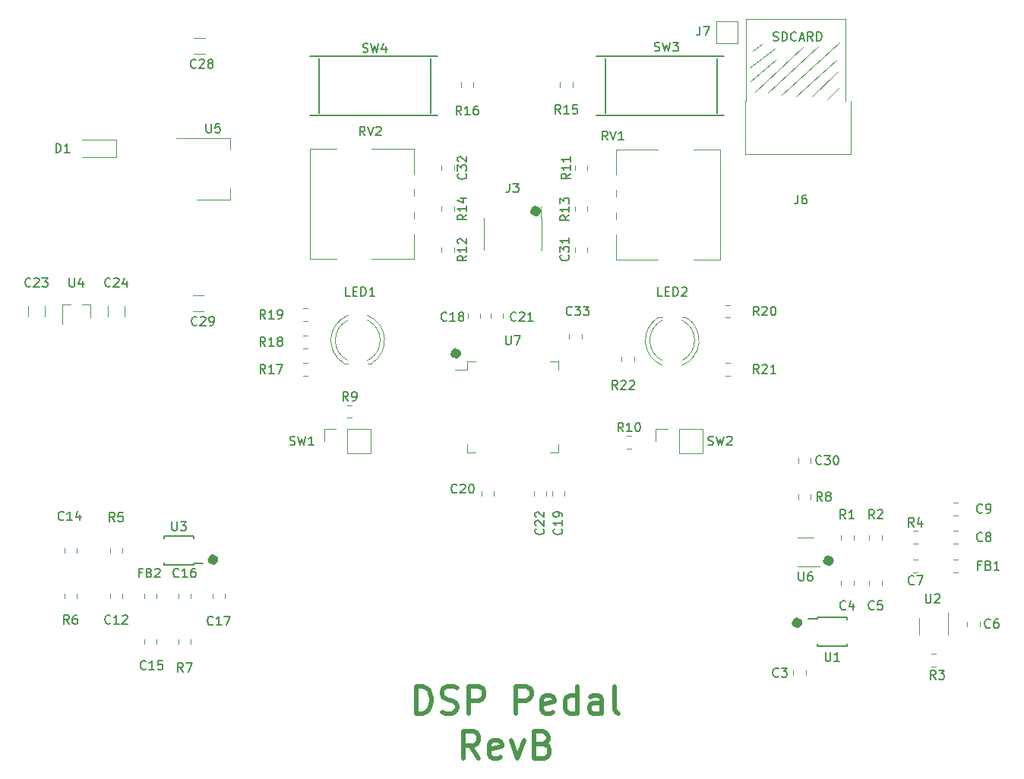
<source format=gbr>
%TF.GenerationSoftware,KiCad,Pcbnew,5.1.6-c6e7f7d~87~ubuntu18.04.1*%
%TF.CreationDate,2020-11-08T20:36:32+00:00*%
%TF.ProjectId,CirrusDspPedal,43697272-7573-4447-9370-506564616c2e,rev?*%
%TF.SameCoordinates,Original*%
%TF.FileFunction,Legend,Top*%
%TF.FilePolarity,Positive*%
%FSLAX46Y46*%
G04 Gerber Fmt 4.6, Leading zero omitted, Abs format (unit mm)*
G04 Created by KiCad (PCBNEW 5.1.6-c6e7f7d~87~ubuntu18.04.1) date 2020-11-08 20:36:32*
%MOMM*%
%LPD*%
G01*
G04 APERTURE LIST*
%ADD10C,0.120000*%
%ADD11C,1.000000*%
%ADD12C,0.500000*%
%ADD13C,0.150000*%
G04 APERTURE END LIST*
D10*
X175133000Y-58547000D02*
X176149000Y-57785000D01*
X174752000Y-60452000D02*
X177546000Y-58293000D01*
X174879000Y-61976000D02*
X177673000Y-59563000D01*
X175387000Y-63119000D02*
X180721000Y-58166000D01*
X176784000Y-63246000D02*
X182372000Y-58039000D01*
X178308000Y-63500000D02*
X184785000Y-57658000D01*
X179959000Y-63627000D02*
X184404000Y-59563000D01*
X181737000Y-63627000D02*
X184531000Y-60960000D01*
X183388000Y-64008000D02*
X184785000Y-62611000D01*
X185420000Y-54991000D02*
X185420000Y-64135000D01*
X174371000Y-54991000D02*
X185420000Y-54991000D01*
X174371000Y-64135000D02*
X174371000Y-54991000D01*
D11*
X183615000Y-115443000D02*
G75*
G03*
X183615000Y-115443000I-100000J0D01*
G01*
D12*
X137574285Y-132461142D02*
X137574285Y-129461142D01*
X138288571Y-129461142D01*
X138717142Y-129604000D01*
X139002857Y-129889714D01*
X139145714Y-130175428D01*
X139288571Y-130746857D01*
X139288571Y-131175428D01*
X139145714Y-131746857D01*
X139002857Y-132032571D01*
X138717142Y-132318285D01*
X138288571Y-132461142D01*
X137574285Y-132461142D01*
X140431428Y-132318285D02*
X140860000Y-132461142D01*
X141574285Y-132461142D01*
X141860000Y-132318285D01*
X142002857Y-132175428D01*
X142145714Y-131889714D01*
X142145714Y-131604000D01*
X142002857Y-131318285D01*
X141860000Y-131175428D01*
X141574285Y-131032571D01*
X141002857Y-130889714D01*
X140717142Y-130746857D01*
X140574285Y-130604000D01*
X140431428Y-130318285D01*
X140431428Y-130032571D01*
X140574285Y-129746857D01*
X140717142Y-129604000D01*
X141002857Y-129461142D01*
X141717142Y-129461142D01*
X142145714Y-129604000D01*
X143431428Y-132461142D02*
X143431428Y-129461142D01*
X144574285Y-129461142D01*
X144860000Y-129604000D01*
X145002857Y-129746857D01*
X145145714Y-130032571D01*
X145145714Y-130461142D01*
X145002857Y-130746857D01*
X144860000Y-130889714D01*
X144574285Y-131032571D01*
X143431428Y-131032571D01*
X148717142Y-132461142D02*
X148717142Y-129461142D01*
X149860000Y-129461142D01*
X150145714Y-129604000D01*
X150288571Y-129746857D01*
X150431428Y-130032571D01*
X150431428Y-130461142D01*
X150288571Y-130746857D01*
X150145714Y-130889714D01*
X149860000Y-131032571D01*
X148717142Y-131032571D01*
X152860000Y-132318285D02*
X152574285Y-132461142D01*
X152002857Y-132461142D01*
X151717142Y-132318285D01*
X151574285Y-132032571D01*
X151574285Y-130889714D01*
X151717142Y-130604000D01*
X152002857Y-130461142D01*
X152574285Y-130461142D01*
X152860000Y-130604000D01*
X153002857Y-130889714D01*
X153002857Y-131175428D01*
X151574285Y-131461142D01*
X155574285Y-132461142D02*
X155574285Y-129461142D01*
X155574285Y-132318285D02*
X155288571Y-132461142D01*
X154717142Y-132461142D01*
X154431428Y-132318285D01*
X154288571Y-132175428D01*
X154145714Y-131889714D01*
X154145714Y-131032571D01*
X154288571Y-130746857D01*
X154431428Y-130604000D01*
X154717142Y-130461142D01*
X155288571Y-130461142D01*
X155574285Y-130604000D01*
X158288571Y-132461142D02*
X158288571Y-130889714D01*
X158145714Y-130604000D01*
X157860000Y-130461142D01*
X157288571Y-130461142D01*
X157002857Y-130604000D01*
X158288571Y-132318285D02*
X158002857Y-132461142D01*
X157288571Y-132461142D01*
X157002857Y-132318285D01*
X156860000Y-132032571D01*
X156860000Y-131746857D01*
X157002857Y-131461142D01*
X157288571Y-131318285D01*
X158002857Y-131318285D01*
X158288571Y-131175428D01*
X160145714Y-132461142D02*
X159860000Y-132318285D01*
X159717142Y-132032571D01*
X159717142Y-129461142D01*
X144574285Y-137461142D02*
X143574285Y-136032571D01*
X142860000Y-137461142D02*
X142860000Y-134461142D01*
X144002857Y-134461142D01*
X144288571Y-134604000D01*
X144431428Y-134746857D01*
X144574285Y-135032571D01*
X144574285Y-135461142D01*
X144431428Y-135746857D01*
X144288571Y-135889714D01*
X144002857Y-136032571D01*
X142860000Y-136032571D01*
X147002857Y-137318285D02*
X146717142Y-137461142D01*
X146145714Y-137461142D01*
X145860000Y-137318285D01*
X145717142Y-137032571D01*
X145717142Y-135889714D01*
X145860000Y-135604000D01*
X146145714Y-135461142D01*
X146717142Y-135461142D01*
X147002857Y-135604000D01*
X147145714Y-135889714D01*
X147145714Y-136175428D01*
X145717142Y-136461142D01*
X148145714Y-135461142D02*
X148860000Y-137461142D01*
X149574285Y-135461142D01*
X151717142Y-135889714D02*
X152145714Y-136032571D01*
X152288571Y-136175428D01*
X152431428Y-136461142D01*
X152431428Y-136889714D01*
X152288571Y-137175428D01*
X152145714Y-137318285D01*
X151860000Y-137461142D01*
X150717142Y-137461142D01*
X150717142Y-134461142D01*
X151717142Y-134461142D01*
X152002857Y-134604000D01*
X152145714Y-134746857D01*
X152288571Y-135032571D01*
X152288571Y-135318285D01*
X152145714Y-135604000D01*
X152002857Y-135746857D01*
X151717142Y-135889714D01*
X150717142Y-135889714D01*
D11*
X115035000Y-115316000D02*
G75*
G03*
X115035000Y-115316000I-100000J0D01*
G01*
X180122500Y-122364500D02*
G75*
G03*
X180122500Y-122364500I-100000J0D01*
G01*
X150976000Y-76454000D02*
G75*
G03*
X150976000Y-76454000I-100000J0D01*
G01*
X142086000Y-92329000D02*
G75*
G03*
X142086000Y-92329000I-100000J0D01*
G01*
D10*
%TO.C,J6*%
X174244000Y-64185800D02*
X174244000Y-70078600D01*
X186029600Y-70078600D02*
X174244000Y-70078600D01*
X186029600Y-64185800D02*
X186029600Y-70078600D01*
%TO.C,J7*%
X171012000Y-55315000D02*
X173412000Y-55315000D01*
X173412000Y-55315000D02*
X173412000Y-57715000D01*
X173412000Y-57715000D02*
X171012000Y-57715000D01*
X171012000Y-57715000D02*
X171012000Y-55315000D01*
%TO.C,U7*%
X143226000Y-94138000D02*
X141886000Y-94138000D01*
X143226000Y-93188000D02*
X143226000Y-94138000D01*
X144176000Y-93188000D02*
X143226000Y-93188000D01*
X153446000Y-93188000D02*
X153446000Y-94138000D01*
X152496000Y-93188000D02*
X153446000Y-93188000D01*
X143226000Y-103408000D02*
X143226000Y-102458000D01*
X144176000Y-103408000D02*
X143226000Y-103408000D01*
X153446000Y-103408000D02*
X153446000Y-102458000D01*
X152496000Y-103408000D02*
X153446000Y-103408000D01*
%TO.C,U4*%
X101275000Y-86870000D02*
X101275000Y-88330000D01*
X98115000Y-86870000D02*
X98115000Y-89030000D01*
X98115000Y-86870000D02*
X99045000Y-86870000D01*
X101275000Y-86870000D02*
X100345000Y-86870000D01*
%TO.C,C24*%
X105050000Y-88232064D02*
X105050000Y-87027936D01*
X103230000Y-88232064D02*
X103230000Y-87027936D01*
%TO.C,C23*%
X94340000Y-87027936D02*
X94340000Y-88232064D01*
X96160000Y-87027936D02*
X96160000Y-88232064D01*
%TO.C,U5*%
X110835000Y-68345000D02*
X116845000Y-68345000D01*
X113085000Y-75165000D02*
X116845000Y-75165000D01*
X116845000Y-68345000D02*
X116845000Y-69605000D01*
X116845000Y-75165000D02*
X116845000Y-73905000D01*
%TO.C,LED1*%
X129519000Y-93428500D02*
X129984000Y-93428500D01*
X132144000Y-93428500D02*
X132609000Y-93428500D01*
X132144429Y-88614021D02*
G75*
G02*
X132144000Y-93123184I-1080429J-2254479D01*
G01*
X129983571Y-88614021D02*
G75*
G03*
X129984000Y-93123184I1080429J-2254479D01*
G01*
X132144827Y-88080685D02*
G75*
G02*
X132608830Y-93428500I-1080827J-2787815D01*
G01*
X129983173Y-88080685D02*
G75*
G03*
X129519170Y-93428500I1080827J-2787815D01*
G01*
%TO.C,LED2*%
X167661000Y-88308500D02*
X167196000Y-88308500D01*
X165036000Y-88308500D02*
X164571000Y-88308500D01*
X165035571Y-93122979D02*
G75*
G02*
X165036000Y-88613816I1080429J2254479D01*
G01*
X167196429Y-93122979D02*
G75*
G03*
X167196000Y-88613816I-1080429J2254479D01*
G01*
X165035173Y-93656315D02*
G75*
G02*
X164571170Y-88308500I1080827J2787815D01*
G01*
X167196827Y-93656315D02*
G75*
G03*
X167660830Y-88308500I-1080827J2787815D01*
G01*
%TO.C,J3*%
X145166000Y-80759000D02*
X145101000Y-80759000D01*
X145166000Y-77229000D02*
X145101000Y-77229000D01*
X151571000Y-80759000D02*
X151506000Y-80759000D01*
X151571000Y-77229000D02*
X151506000Y-77229000D01*
X151506000Y-75904000D02*
X151506000Y-77229000D01*
X145101000Y-77229000D02*
X145101000Y-80759000D01*
X151571000Y-77229000D02*
X151571000Y-80759000D01*
%TO.C,U6*%
X180075000Y-116037000D02*
X182525000Y-116037000D01*
X181875000Y-112817000D02*
X180075000Y-112817000D01*
D13*
%TO.C,U3*%
X112750000Y-115750000D02*
X113825000Y-115750000D01*
X112750000Y-112675000D02*
X109500000Y-112675000D01*
X112750000Y-115925000D02*
X109500000Y-115925000D01*
X112750000Y-112675000D02*
X112750000Y-112950000D01*
X109500000Y-112675000D02*
X109500000Y-112950000D01*
X109500000Y-115925000D02*
X109500000Y-115650000D01*
X112750000Y-115925000D02*
X112750000Y-115750000D01*
D10*
%TO.C,U2*%
X196872500Y-123667500D02*
X196872500Y-121217500D01*
X193652500Y-121867500D02*
X193652500Y-123667500D01*
D13*
%TO.C,U1*%
X182334500Y-121930500D02*
X181259500Y-121930500D01*
X182334500Y-125005500D02*
X185584500Y-125005500D01*
X182334500Y-121755500D02*
X185584500Y-121755500D01*
X182334500Y-125005500D02*
X182334500Y-124730500D01*
X185584500Y-125005500D02*
X185584500Y-124730500D01*
X185584500Y-121755500D02*
X185584500Y-122030500D01*
X182334500Y-121755500D02*
X182334500Y-121930500D01*
%TO.C,SW4*%
X125773000Y-59182000D02*
X139997000Y-59182000D01*
X139997000Y-65786000D02*
X125773000Y-65786000D01*
X126789000Y-65532000D02*
X126789000Y-59436000D01*
X139235000Y-65532000D02*
X139235000Y-59436000D01*
%TO.C,SW3*%
X157653000Y-59182000D02*
X171877000Y-59182000D01*
X171877000Y-65786000D02*
X157653000Y-65786000D01*
X158669000Y-65532000D02*
X158669000Y-59436000D01*
X171115000Y-65532000D02*
X171115000Y-59436000D01*
D10*
%TO.C,SW2*%
X164278000Y-102108000D02*
X164278000Y-100778000D01*
X164278000Y-100778000D02*
X165608000Y-100778000D01*
X166878000Y-100778000D02*
X169478000Y-100778000D01*
X169478000Y-103438000D02*
X169478000Y-100778000D01*
X166878000Y-103438000D02*
X169478000Y-103438000D01*
X166878000Y-103438000D02*
X166878000Y-100778000D01*
%TO.C,SW1*%
X127321000Y-102108000D02*
X127321000Y-100778000D01*
X127321000Y-100778000D02*
X128651000Y-100778000D01*
X129921000Y-100778000D02*
X132521000Y-100778000D01*
X132521000Y-103438000D02*
X132521000Y-100778000D01*
X129921000Y-103438000D02*
X132521000Y-103438000D01*
X129921000Y-103438000D02*
X129921000Y-100778000D01*
%TO.C,RV2*%
X125706000Y-81822000D02*
X125706000Y-69482000D01*
X137296000Y-72282000D02*
X137296000Y-69482000D01*
X137296000Y-74781000D02*
X137296000Y-74022000D01*
X137296000Y-77281000D02*
X137296000Y-76522000D01*
X137296000Y-81822000D02*
X137296000Y-79023000D01*
X128721000Y-69482000D02*
X125706000Y-69482000D01*
X137296000Y-69482000D02*
X132630000Y-69482000D01*
X128721000Y-81822000D02*
X125706000Y-81822000D01*
X137296000Y-81822000D02*
X132630000Y-81822000D01*
%TO.C,RV1*%
X171474000Y-69562000D02*
X171474000Y-81902000D01*
X159884000Y-79102000D02*
X159884000Y-81902000D01*
X159884000Y-76603000D02*
X159884000Y-77362000D01*
X159884000Y-74103000D02*
X159884000Y-74862000D01*
X159884000Y-69562000D02*
X159884000Y-72361000D01*
X168459000Y-81902000D02*
X171474000Y-81902000D01*
X159884000Y-81902000D02*
X164550000Y-81902000D01*
X168459000Y-69562000D02*
X171474000Y-69562000D01*
X159884000Y-69562000D02*
X164550000Y-69562000D01*
%TO.C,R22*%
X160453000Y-92702748D02*
X160453000Y-93225252D01*
X161873000Y-92702748D02*
X161873000Y-93225252D01*
%TO.C,R21*%
X172077748Y-94817000D02*
X172600252Y-94817000D01*
X172077748Y-93397000D02*
X172600252Y-93397000D01*
%TO.C,R20*%
X172077748Y-88340000D02*
X172600252Y-88340000D01*
X172077748Y-86920000D02*
X172600252Y-86920000D01*
%TO.C,R19*%
X125483252Y-87301000D02*
X124960748Y-87301000D01*
X125483252Y-88721000D02*
X124960748Y-88721000D01*
%TO.C,R18*%
X125483252Y-90349000D02*
X124960748Y-90349000D01*
X125483252Y-91769000D02*
X124960748Y-91769000D01*
%TO.C,R17*%
X125483252Y-93397000D02*
X124960748Y-93397000D01*
X125483252Y-94817000D02*
X124960748Y-94817000D01*
%TO.C,R16*%
X142546000Y-62095748D02*
X142546000Y-62618252D01*
X143966000Y-62095748D02*
X143966000Y-62618252D01*
%TO.C,R15*%
X153595000Y-62095748D02*
X153595000Y-62618252D01*
X155015000Y-62095748D02*
X155015000Y-62618252D01*
%TO.C,R14*%
X141807000Y-76461252D02*
X141807000Y-75938748D01*
X140387000Y-76461252D02*
X140387000Y-75938748D01*
%TO.C,R13*%
X156666000Y-76461252D02*
X156666000Y-75938748D01*
X155246000Y-76461252D02*
X155246000Y-75938748D01*
%TO.C,R12*%
X140387000Y-80510748D02*
X140387000Y-81033252D01*
X141807000Y-80510748D02*
X141807000Y-81033252D01*
%TO.C,R11*%
X156666000Y-71889252D02*
X156666000Y-71366748D01*
X155246000Y-71889252D02*
X155246000Y-71366748D01*
%TO.C,R10*%
X161028748Y-102945000D02*
X161551252Y-102945000D01*
X161028748Y-101525000D02*
X161551252Y-101525000D01*
%TO.C,R9*%
X129913748Y-99516000D02*
X130436252Y-99516000D01*
X129913748Y-98096000D02*
X130436252Y-98096000D01*
%TO.C,R8*%
X180138000Y-108069748D02*
X180138000Y-108592252D01*
X181558000Y-108069748D02*
X181558000Y-108592252D01*
%TO.C,R7*%
X111050000Y-124198748D02*
X111050000Y-124721252D01*
X112470000Y-124198748D02*
X112470000Y-124721252D01*
%TO.C,R6*%
X98350000Y-119118748D02*
X98350000Y-119641252D01*
X99770000Y-119118748D02*
X99770000Y-119641252D01*
%TO.C,R5*%
X104850000Y-114561252D02*
X104850000Y-114038748D01*
X103430000Y-114561252D02*
X103430000Y-114038748D01*
%TO.C,R4*%
X193491752Y-112129500D02*
X192969248Y-112129500D01*
X193491752Y-113549500D02*
X192969248Y-113549500D01*
%TO.C,R3*%
X195001248Y-127265500D02*
X195523752Y-127265500D01*
X195001248Y-125845500D02*
X195523752Y-125845500D01*
%TO.C,R2*%
X188075500Y-112578248D02*
X188075500Y-113100752D01*
X189495500Y-112578248D02*
X189495500Y-113100752D01*
%TO.C,R1*%
X186320500Y-113100752D02*
X186320500Y-112578248D01*
X184900500Y-113100752D02*
X184900500Y-112578248D01*
%TO.C,FB2*%
X107240000Y-119118748D02*
X107240000Y-119641252D01*
X108660000Y-119118748D02*
X108660000Y-119641252D01*
%TO.C,FB1*%
X197936752Y-115304500D02*
X197414248Y-115304500D01*
X197936752Y-116724500D02*
X197414248Y-116724500D01*
%TO.C,D1*%
X104181000Y-70469000D02*
X100331000Y-70469000D01*
X104181000Y-68469000D02*
X100331000Y-68469000D01*
X104181000Y-70469000D02*
X104181000Y-68469000D01*
%TO.C,C33*%
X154611000Y-90162748D02*
X154611000Y-90685252D01*
X156031000Y-90162748D02*
X156031000Y-90685252D01*
%TO.C,C32*%
X141807000Y-71889252D02*
X141807000Y-71366748D01*
X140387000Y-71889252D02*
X140387000Y-71366748D01*
%TO.C,C31*%
X156666000Y-81033252D02*
X156666000Y-80510748D01*
X155246000Y-81033252D02*
X155246000Y-80510748D01*
%TO.C,C30*%
X180138000Y-104005748D02*
X180138000Y-104528252D01*
X181558000Y-104005748D02*
X181558000Y-104528252D01*
%TO.C,C29*%
X112681936Y-87651000D02*
X113886064Y-87651000D01*
X112681936Y-85831000D02*
X113886064Y-85831000D01*
%TO.C,C28*%
X112808936Y-58949000D02*
X114013064Y-58949000D01*
X112808936Y-57129000D02*
X114013064Y-57129000D01*
%TO.C,C22*%
X152094000Y-108211252D02*
X152094000Y-107688748D01*
X150674000Y-108211252D02*
X150674000Y-107688748D01*
%TO.C,C21*%
X147268000Y-88399252D02*
X147268000Y-87876748D01*
X145848000Y-88399252D02*
X145848000Y-87876748D01*
%TO.C,C20*%
X144832000Y-107688748D02*
X144832000Y-108211252D01*
X146252000Y-107688748D02*
X146252000Y-108211252D01*
%TO.C,C19*%
X152706000Y-107688748D02*
X152706000Y-108211252D01*
X154126000Y-107688748D02*
X154126000Y-108211252D01*
%TO.C,C18*%
X144728000Y-88399252D02*
X144728000Y-87876748D01*
X143308000Y-88399252D02*
X143308000Y-87876748D01*
%TO.C,C17*%
X114860000Y-119118748D02*
X114860000Y-119641252D01*
X116280000Y-119118748D02*
X116280000Y-119641252D01*
%TO.C,C16*%
X111050000Y-119118748D02*
X111050000Y-119641252D01*
X112470000Y-119118748D02*
X112470000Y-119641252D01*
%TO.C,C15*%
X107240000Y-124198748D02*
X107240000Y-124721252D01*
X108660000Y-124198748D02*
X108660000Y-124721252D01*
%TO.C,C14*%
X98350000Y-114038748D02*
X98350000Y-114561252D01*
X99770000Y-114038748D02*
X99770000Y-114561252D01*
%TO.C,C12*%
X103430000Y-119118748D02*
X103430000Y-119641252D01*
X104850000Y-119118748D02*
X104850000Y-119641252D01*
%TO.C,C9*%
X197936752Y-108954500D02*
X197414248Y-108954500D01*
X197936752Y-110374500D02*
X197414248Y-110374500D01*
%TO.C,C8*%
X197936752Y-112129500D02*
X197414248Y-112129500D01*
X197936752Y-113549500D02*
X197414248Y-113549500D01*
%TO.C,C7*%
X193491752Y-115304500D02*
X192969248Y-115304500D01*
X193491752Y-116724500D02*
X192969248Y-116724500D01*
%TO.C,C6*%
X198997500Y-122230248D02*
X198997500Y-122752752D01*
X200417500Y-122230248D02*
X200417500Y-122752752D01*
%TO.C,C5*%
X188075500Y-117658248D02*
X188075500Y-118180752D01*
X189495500Y-117658248D02*
X189495500Y-118180752D01*
%TO.C,C4*%
X186320500Y-118180752D02*
X186320500Y-117658248D01*
X184900500Y-118180752D02*
X184900500Y-117658248D01*
%TO.C,C3*%
X179566500Y-127691248D02*
X179566500Y-128213752D01*
X180986500Y-127691248D02*
X180986500Y-128213752D01*
%TO.C,J6*%
D13*
X180133666Y-74636380D02*
X180133666Y-75350666D01*
X180086047Y-75493523D01*
X179990809Y-75588761D01*
X179847952Y-75636380D01*
X179752714Y-75636380D01*
X181038428Y-74636380D02*
X180847952Y-74636380D01*
X180752714Y-74684000D01*
X180705095Y-74731619D01*
X180609857Y-74874476D01*
X180562238Y-75064952D01*
X180562238Y-75445904D01*
X180609857Y-75541142D01*
X180657476Y-75588761D01*
X180752714Y-75636380D01*
X180943190Y-75636380D01*
X181038428Y-75588761D01*
X181086047Y-75541142D01*
X181133666Y-75445904D01*
X181133666Y-75207809D01*
X181086047Y-75112571D01*
X181038428Y-75064952D01*
X180943190Y-75017333D01*
X180752714Y-75017333D01*
X180657476Y-75064952D01*
X180609857Y-75112571D01*
X180562238Y-75207809D01*
X177371714Y-57427761D02*
X177514571Y-57475380D01*
X177752666Y-57475380D01*
X177847904Y-57427761D01*
X177895523Y-57380142D01*
X177943142Y-57284904D01*
X177943142Y-57189666D01*
X177895523Y-57094428D01*
X177847904Y-57046809D01*
X177752666Y-56999190D01*
X177562190Y-56951571D01*
X177466952Y-56903952D01*
X177419333Y-56856333D01*
X177371714Y-56761095D01*
X177371714Y-56665857D01*
X177419333Y-56570619D01*
X177466952Y-56523000D01*
X177562190Y-56475380D01*
X177800285Y-56475380D01*
X177943142Y-56523000D01*
X178371714Y-57475380D02*
X178371714Y-56475380D01*
X178609809Y-56475380D01*
X178752666Y-56523000D01*
X178847904Y-56618238D01*
X178895523Y-56713476D01*
X178943142Y-56903952D01*
X178943142Y-57046809D01*
X178895523Y-57237285D01*
X178847904Y-57332523D01*
X178752666Y-57427761D01*
X178609809Y-57475380D01*
X178371714Y-57475380D01*
X179943142Y-57380142D02*
X179895523Y-57427761D01*
X179752666Y-57475380D01*
X179657428Y-57475380D01*
X179514571Y-57427761D01*
X179419333Y-57332523D01*
X179371714Y-57237285D01*
X179324095Y-57046809D01*
X179324095Y-56903952D01*
X179371714Y-56713476D01*
X179419333Y-56618238D01*
X179514571Y-56523000D01*
X179657428Y-56475380D01*
X179752666Y-56475380D01*
X179895523Y-56523000D01*
X179943142Y-56570619D01*
X180324095Y-57189666D02*
X180800285Y-57189666D01*
X180228857Y-57475380D02*
X180562190Y-56475380D01*
X180895523Y-57475380D01*
X181800285Y-57475380D02*
X181466952Y-56999190D01*
X181228857Y-57475380D02*
X181228857Y-56475380D01*
X181609809Y-56475380D01*
X181705047Y-56523000D01*
X181752666Y-56570619D01*
X181800285Y-56665857D01*
X181800285Y-56808714D01*
X181752666Y-56903952D01*
X181705047Y-56951571D01*
X181609809Y-56999190D01*
X181228857Y-56999190D01*
X182228857Y-57475380D02*
X182228857Y-56475380D01*
X182466952Y-56475380D01*
X182609809Y-56523000D01*
X182705047Y-56618238D01*
X182752666Y-56713476D01*
X182800285Y-56903952D01*
X182800285Y-57046809D01*
X182752666Y-57237285D01*
X182705047Y-57332523D01*
X182609809Y-57427761D01*
X182466952Y-57475380D01*
X182228857Y-57475380D01*
%TO.C,J7*%
X169211666Y-55840380D02*
X169211666Y-56554666D01*
X169164047Y-56697523D01*
X169068809Y-56792761D01*
X168925952Y-56840380D01*
X168830714Y-56840380D01*
X169592619Y-55840380D02*
X170259285Y-55840380D01*
X169830714Y-56840380D01*
%TO.C,U7*%
X147574095Y-90350380D02*
X147574095Y-91159904D01*
X147621714Y-91255142D01*
X147669333Y-91302761D01*
X147764571Y-91350380D01*
X147955047Y-91350380D01*
X148050285Y-91302761D01*
X148097904Y-91255142D01*
X148145523Y-91159904D01*
X148145523Y-90350380D01*
X148526476Y-90350380D02*
X149193142Y-90350380D01*
X148764571Y-91350380D01*
%TO.C,U4*%
X98933095Y-83907380D02*
X98933095Y-84716904D01*
X98980714Y-84812142D01*
X99028333Y-84859761D01*
X99123571Y-84907380D01*
X99314047Y-84907380D01*
X99409285Y-84859761D01*
X99456904Y-84812142D01*
X99504523Y-84716904D01*
X99504523Y-83907380D01*
X100409285Y-84240714D02*
X100409285Y-84907380D01*
X100171190Y-83859761D02*
X99933095Y-84574047D01*
X100552142Y-84574047D01*
%TO.C,C24*%
X103497142Y-84812142D02*
X103449523Y-84859761D01*
X103306666Y-84907380D01*
X103211428Y-84907380D01*
X103068571Y-84859761D01*
X102973333Y-84764523D01*
X102925714Y-84669285D01*
X102878095Y-84478809D01*
X102878095Y-84335952D01*
X102925714Y-84145476D01*
X102973333Y-84050238D01*
X103068571Y-83955000D01*
X103211428Y-83907380D01*
X103306666Y-83907380D01*
X103449523Y-83955000D01*
X103497142Y-84002619D01*
X103878095Y-84002619D02*
X103925714Y-83955000D01*
X104020952Y-83907380D01*
X104259047Y-83907380D01*
X104354285Y-83955000D01*
X104401904Y-84002619D01*
X104449523Y-84097857D01*
X104449523Y-84193095D01*
X104401904Y-84335952D01*
X103830476Y-84907380D01*
X104449523Y-84907380D01*
X105306666Y-84240714D02*
X105306666Y-84907380D01*
X105068571Y-83859761D02*
X104830476Y-84574047D01*
X105449523Y-84574047D01*
%TO.C,C23*%
X94607142Y-84812142D02*
X94559523Y-84859761D01*
X94416666Y-84907380D01*
X94321428Y-84907380D01*
X94178571Y-84859761D01*
X94083333Y-84764523D01*
X94035714Y-84669285D01*
X93988095Y-84478809D01*
X93988095Y-84335952D01*
X94035714Y-84145476D01*
X94083333Y-84050238D01*
X94178571Y-83955000D01*
X94321428Y-83907380D01*
X94416666Y-83907380D01*
X94559523Y-83955000D01*
X94607142Y-84002619D01*
X94988095Y-84002619D02*
X95035714Y-83955000D01*
X95130952Y-83907380D01*
X95369047Y-83907380D01*
X95464285Y-83955000D01*
X95511904Y-84002619D01*
X95559523Y-84097857D01*
X95559523Y-84193095D01*
X95511904Y-84335952D01*
X94940476Y-84907380D01*
X95559523Y-84907380D01*
X95892857Y-83907380D02*
X96511904Y-83907380D01*
X96178571Y-84288333D01*
X96321428Y-84288333D01*
X96416666Y-84335952D01*
X96464285Y-84383571D01*
X96511904Y-84478809D01*
X96511904Y-84716904D01*
X96464285Y-84812142D01*
X96416666Y-84859761D01*
X96321428Y-84907380D01*
X96035714Y-84907380D01*
X95940476Y-84859761D01*
X95892857Y-84812142D01*
%TO.C,U5*%
X114173095Y-66707380D02*
X114173095Y-67516904D01*
X114220714Y-67612142D01*
X114268333Y-67659761D01*
X114363571Y-67707380D01*
X114554047Y-67707380D01*
X114649285Y-67659761D01*
X114696904Y-67612142D01*
X114744523Y-67516904D01*
X114744523Y-66707380D01*
X115696904Y-66707380D02*
X115220714Y-66707380D01*
X115173095Y-67183571D01*
X115220714Y-67135952D01*
X115315952Y-67088333D01*
X115554047Y-67088333D01*
X115649285Y-67135952D01*
X115696904Y-67183571D01*
X115744523Y-67278809D01*
X115744523Y-67516904D01*
X115696904Y-67612142D01*
X115649285Y-67659761D01*
X115554047Y-67707380D01*
X115315952Y-67707380D01*
X115220714Y-67659761D01*
X115173095Y-67612142D01*
%TO.C,LED1*%
X130198952Y-85923380D02*
X129722761Y-85923380D01*
X129722761Y-84923380D01*
X130532285Y-85399571D02*
X130865619Y-85399571D01*
X131008476Y-85923380D02*
X130532285Y-85923380D01*
X130532285Y-84923380D01*
X131008476Y-84923380D01*
X131437047Y-85923380D02*
X131437047Y-84923380D01*
X131675142Y-84923380D01*
X131818000Y-84971000D01*
X131913238Y-85066238D01*
X131960857Y-85161476D01*
X132008476Y-85351952D01*
X132008476Y-85494809D01*
X131960857Y-85685285D01*
X131913238Y-85780523D01*
X131818000Y-85875761D01*
X131675142Y-85923380D01*
X131437047Y-85923380D01*
X132960857Y-85923380D02*
X132389428Y-85923380D01*
X132675142Y-85923380D02*
X132675142Y-84923380D01*
X132579904Y-85066238D01*
X132484666Y-85161476D01*
X132389428Y-85209095D01*
%TO.C,LED2*%
X164996952Y-85923380D02*
X164520761Y-85923380D01*
X164520761Y-84923380D01*
X165330285Y-85399571D02*
X165663619Y-85399571D01*
X165806476Y-85923380D02*
X165330285Y-85923380D01*
X165330285Y-84923380D01*
X165806476Y-84923380D01*
X166235047Y-85923380D02*
X166235047Y-84923380D01*
X166473142Y-84923380D01*
X166616000Y-84971000D01*
X166711238Y-85066238D01*
X166758857Y-85161476D01*
X166806476Y-85351952D01*
X166806476Y-85494809D01*
X166758857Y-85685285D01*
X166711238Y-85780523D01*
X166616000Y-85875761D01*
X166473142Y-85923380D01*
X166235047Y-85923380D01*
X167187428Y-85018619D02*
X167235047Y-84971000D01*
X167330285Y-84923380D01*
X167568380Y-84923380D01*
X167663619Y-84971000D01*
X167711238Y-85018619D01*
X167758857Y-85113857D01*
X167758857Y-85209095D01*
X167711238Y-85351952D01*
X167139809Y-85923380D01*
X167758857Y-85923380D01*
%TO.C,J3*%
X148002666Y-73366380D02*
X148002666Y-74080666D01*
X147955047Y-74223523D01*
X147859809Y-74318761D01*
X147716952Y-74366380D01*
X147621714Y-74366380D01*
X148383619Y-73366380D02*
X149002666Y-73366380D01*
X148669333Y-73747333D01*
X148812190Y-73747333D01*
X148907428Y-73794952D01*
X148955047Y-73842571D01*
X149002666Y-73937809D01*
X149002666Y-74175904D01*
X148955047Y-74271142D01*
X148907428Y-74318761D01*
X148812190Y-74366380D01*
X148526476Y-74366380D01*
X148431238Y-74318761D01*
X148383619Y-74271142D01*
%TO.C,U6*%
X180213095Y-116673380D02*
X180213095Y-117482904D01*
X180260714Y-117578142D01*
X180308333Y-117625761D01*
X180403571Y-117673380D01*
X180594047Y-117673380D01*
X180689285Y-117625761D01*
X180736904Y-117578142D01*
X180784523Y-117482904D01*
X180784523Y-116673380D01*
X181689285Y-116673380D02*
X181498809Y-116673380D01*
X181403571Y-116721000D01*
X181355952Y-116768619D01*
X181260714Y-116911476D01*
X181213095Y-117101952D01*
X181213095Y-117482904D01*
X181260714Y-117578142D01*
X181308333Y-117625761D01*
X181403571Y-117673380D01*
X181594047Y-117673380D01*
X181689285Y-117625761D01*
X181736904Y-117578142D01*
X181784523Y-117482904D01*
X181784523Y-117244809D01*
X181736904Y-117149571D01*
X181689285Y-117101952D01*
X181594047Y-117054333D01*
X181403571Y-117054333D01*
X181308333Y-117101952D01*
X181260714Y-117149571D01*
X181213095Y-117244809D01*
%TO.C,U3*%
X110363095Y-111085380D02*
X110363095Y-111894904D01*
X110410714Y-111990142D01*
X110458333Y-112037761D01*
X110553571Y-112085380D01*
X110744047Y-112085380D01*
X110839285Y-112037761D01*
X110886904Y-111990142D01*
X110934523Y-111894904D01*
X110934523Y-111085380D01*
X111315476Y-111085380D02*
X111934523Y-111085380D01*
X111601190Y-111466333D01*
X111744047Y-111466333D01*
X111839285Y-111513952D01*
X111886904Y-111561571D01*
X111934523Y-111656809D01*
X111934523Y-111894904D01*
X111886904Y-111990142D01*
X111839285Y-112037761D01*
X111744047Y-112085380D01*
X111458333Y-112085380D01*
X111363095Y-112037761D01*
X111315476Y-111990142D01*
%TO.C,U2*%
X194373595Y-119149880D02*
X194373595Y-119959404D01*
X194421214Y-120054642D01*
X194468833Y-120102261D01*
X194564071Y-120149880D01*
X194754547Y-120149880D01*
X194849785Y-120102261D01*
X194897404Y-120054642D01*
X194945023Y-119959404D01*
X194945023Y-119149880D01*
X195373595Y-119245119D02*
X195421214Y-119197500D01*
X195516452Y-119149880D01*
X195754547Y-119149880D01*
X195849785Y-119197500D01*
X195897404Y-119245119D01*
X195945023Y-119340357D01*
X195945023Y-119435595D01*
X195897404Y-119578452D01*
X195325976Y-120149880D01*
X195945023Y-120149880D01*
%TO.C,U1*%
X183197595Y-125626880D02*
X183197595Y-126436404D01*
X183245214Y-126531642D01*
X183292833Y-126579261D01*
X183388071Y-126626880D01*
X183578547Y-126626880D01*
X183673785Y-126579261D01*
X183721404Y-126531642D01*
X183769023Y-126436404D01*
X183769023Y-125626880D01*
X184769023Y-126626880D02*
X184197595Y-126626880D01*
X184483309Y-126626880D02*
X184483309Y-125626880D01*
X184388071Y-125769738D01*
X184292833Y-125864976D01*
X184197595Y-125912595D01*
%TO.C,SW4*%
X131635666Y-58697761D02*
X131778523Y-58745380D01*
X132016619Y-58745380D01*
X132111857Y-58697761D01*
X132159476Y-58650142D01*
X132207095Y-58554904D01*
X132207095Y-58459666D01*
X132159476Y-58364428D01*
X132111857Y-58316809D01*
X132016619Y-58269190D01*
X131826142Y-58221571D01*
X131730904Y-58173952D01*
X131683285Y-58126333D01*
X131635666Y-58031095D01*
X131635666Y-57935857D01*
X131683285Y-57840619D01*
X131730904Y-57793000D01*
X131826142Y-57745380D01*
X132064238Y-57745380D01*
X132207095Y-57793000D01*
X132540428Y-57745380D02*
X132778523Y-58745380D01*
X132969000Y-58031095D01*
X133159476Y-58745380D01*
X133397571Y-57745380D01*
X134207095Y-58078714D02*
X134207095Y-58745380D01*
X133969000Y-57697761D02*
X133730904Y-58412047D01*
X134349952Y-58412047D01*
%TO.C,SW3*%
X164147666Y-58570761D02*
X164290523Y-58618380D01*
X164528619Y-58618380D01*
X164623857Y-58570761D01*
X164671476Y-58523142D01*
X164719095Y-58427904D01*
X164719095Y-58332666D01*
X164671476Y-58237428D01*
X164623857Y-58189809D01*
X164528619Y-58142190D01*
X164338142Y-58094571D01*
X164242904Y-58046952D01*
X164195285Y-57999333D01*
X164147666Y-57904095D01*
X164147666Y-57808857D01*
X164195285Y-57713619D01*
X164242904Y-57666000D01*
X164338142Y-57618380D01*
X164576238Y-57618380D01*
X164719095Y-57666000D01*
X165052428Y-57618380D02*
X165290523Y-58618380D01*
X165481000Y-57904095D01*
X165671476Y-58618380D01*
X165909571Y-57618380D01*
X166195285Y-57618380D02*
X166814333Y-57618380D01*
X166481000Y-57999333D01*
X166623857Y-57999333D01*
X166719095Y-58046952D01*
X166766714Y-58094571D01*
X166814333Y-58189809D01*
X166814333Y-58427904D01*
X166766714Y-58523142D01*
X166719095Y-58570761D01*
X166623857Y-58618380D01*
X166338142Y-58618380D01*
X166242904Y-58570761D01*
X166195285Y-58523142D01*
%TO.C,SW2*%
X170116666Y-102512761D02*
X170259523Y-102560380D01*
X170497619Y-102560380D01*
X170592857Y-102512761D01*
X170640476Y-102465142D01*
X170688095Y-102369904D01*
X170688095Y-102274666D01*
X170640476Y-102179428D01*
X170592857Y-102131809D01*
X170497619Y-102084190D01*
X170307142Y-102036571D01*
X170211904Y-101988952D01*
X170164285Y-101941333D01*
X170116666Y-101846095D01*
X170116666Y-101750857D01*
X170164285Y-101655619D01*
X170211904Y-101608000D01*
X170307142Y-101560380D01*
X170545238Y-101560380D01*
X170688095Y-101608000D01*
X171021428Y-101560380D02*
X171259523Y-102560380D01*
X171450000Y-101846095D01*
X171640476Y-102560380D01*
X171878571Y-101560380D01*
X172211904Y-101655619D02*
X172259523Y-101608000D01*
X172354761Y-101560380D01*
X172592857Y-101560380D01*
X172688095Y-101608000D01*
X172735714Y-101655619D01*
X172783333Y-101750857D01*
X172783333Y-101846095D01*
X172735714Y-101988952D01*
X172164285Y-102560380D01*
X172783333Y-102560380D01*
%TO.C,SW1*%
X123507666Y-102512761D02*
X123650523Y-102560380D01*
X123888619Y-102560380D01*
X123983857Y-102512761D01*
X124031476Y-102465142D01*
X124079095Y-102369904D01*
X124079095Y-102274666D01*
X124031476Y-102179428D01*
X123983857Y-102131809D01*
X123888619Y-102084190D01*
X123698142Y-102036571D01*
X123602904Y-101988952D01*
X123555285Y-101941333D01*
X123507666Y-101846095D01*
X123507666Y-101750857D01*
X123555285Y-101655619D01*
X123602904Y-101608000D01*
X123698142Y-101560380D01*
X123936238Y-101560380D01*
X124079095Y-101608000D01*
X124412428Y-101560380D02*
X124650523Y-102560380D01*
X124841000Y-101846095D01*
X125031476Y-102560380D01*
X125269571Y-101560380D01*
X126174333Y-102560380D02*
X125602904Y-102560380D01*
X125888619Y-102560380D02*
X125888619Y-101560380D01*
X125793380Y-101703238D01*
X125698142Y-101798476D01*
X125602904Y-101846095D01*
%TO.C,RV2*%
X131855761Y-68016380D02*
X131522428Y-67540190D01*
X131284333Y-68016380D02*
X131284333Y-67016380D01*
X131665285Y-67016380D01*
X131760523Y-67064000D01*
X131808142Y-67111619D01*
X131855761Y-67206857D01*
X131855761Y-67349714D01*
X131808142Y-67444952D01*
X131760523Y-67492571D01*
X131665285Y-67540190D01*
X131284333Y-67540190D01*
X132141476Y-67016380D02*
X132474809Y-68016380D01*
X132808142Y-67016380D01*
X133093857Y-67111619D02*
X133141476Y-67064000D01*
X133236714Y-67016380D01*
X133474809Y-67016380D01*
X133570047Y-67064000D01*
X133617666Y-67111619D01*
X133665285Y-67206857D01*
X133665285Y-67302095D01*
X133617666Y-67444952D01*
X133046238Y-68016380D01*
X133665285Y-68016380D01*
%TO.C,RV1*%
X158916761Y-68524380D02*
X158583428Y-68048190D01*
X158345333Y-68524380D02*
X158345333Y-67524380D01*
X158726285Y-67524380D01*
X158821523Y-67572000D01*
X158869142Y-67619619D01*
X158916761Y-67714857D01*
X158916761Y-67857714D01*
X158869142Y-67952952D01*
X158821523Y-68000571D01*
X158726285Y-68048190D01*
X158345333Y-68048190D01*
X159202476Y-67524380D02*
X159535809Y-68524380D01*
X159869142Y-67524380D01*
X160726285Y-68524380D02*
X160154857Y-68524380D01*
X160440571Y-68524380D02*
X160440571Y-67524380D01*
X160345333Y-67667238D01*
X160250095Y-67762476D01*
X160154857Y-67810095D01*
%TO.C,R22*%
X160012142Y-96337380D02*
X159678809Y-95861190D01*
X159440714Y-96337380D02*
X159440714Y-95337380D01*
X159821666Y-95337380D01*
X159916904Y-95385000D01*
X159964523Y-95432619D01*
X160012142Y-95527857D01*
X160012142Y-95670714D01*
X159964523Y-95765952D01*
X159916904Y-95813571D01*
X159821666Y-95861190D01*
X159440714Y-95861190D01*
X160393095Y-95432619D02*
X160440714Y-95385000D01*
X160535952Y-95337380D01*
X160774047Y-95337380D01*
X160869285Y-95385000D01*
X160916904Y-95432619D01*
X160964523Y-95527857D01*
X160964523Y-95623095D01*
X160916904Y-95765952D01*
X160345476Y-96337380D01*
X160964523Y-96337380D01*
X161345476Y-95432619D02*
X161393095Y-95385000D01*
X161488333Y-95337380D01*
X161726428Y-95337380D01*
X161821666Y-95385000D01*
X161869285Y-95432619D01*
X161916904Y-95527857D01*
X161916904Y-95623095D01*
X161869285Y-95765952D01*
X161297857Y-96337380D01*
X161916904Y-96337380D01*
%TO.C,R21*%
X175760142Y-94559380D02*
X175426809Y-94083190D01*
X175188714Y-94559380D02*
X175188714Y-93559380D01*
X175569666Y-93559380D01*
X175664904Y-93607000D01*
X175712523Y-93654619D01*
X175760142Y-93749857D01*
X175760142Y-93892714D01*
X175712523Y-93987952D01*
X175664904Y-94035571D01*
X175569666Y-94083190D01*
X175188714Y-94083190D01*
X176141095Y-93654619D02*
X176188714Y-93607000D01*
X176283952Y-93559380D01*
X176522047Y-93559380D01*
X176617285Y-93607000D01*
X176664904Y-93654619D01*
X176712523Y-93749857D01*
X176712523Y-93845095D01*
X176664904Y-93987952D01*
X176093476Y-94559380D01*
X176712523Y-94559380D01*
X177664904Y-94559380D02*
X177093476Y-94559380D01*
X177379190Y-94559380D02*
X177379190Y-93559380D01*
X177283952Y-93702238D01*
X177188714Y-93797476D01*
X177093476Y-93845095D01*
%TO.C,R20*%
X175760142Y-88082380D02*
X175426809Y-87606190D01*
X175188714Y-88082380D02*
X175188714Y-87082380D01*
X175569666Y-87082380D01*
X175664904Y-87130000D01*
X175712523Y-87177619D01*
X175760142Y-87272857D01*
X175760142Y-87415714D01*
X175712523Y-87510952D01*
X175664904Y-87558571D01*
X175569666Y-87606190D01*
X175188714Y-87606190D01*
X176141095Y-87177619D02*
X176188714Y-87130000D01*
X176283952Y-87082380D01*
X176522047Y-87082380D01*
X176617285Y-87130000D01*
X176664904Y-87177619D01*
X176712523Y-87272857D01*
X176712523Y-87368095D01*
X176664904Y-87510952D01*
X176093476Y-88082380D01*
X176712523Y-88082380D01*
X177331571Y-87082380D02*
X177426809Y-87082380D01*
X177522047Y-87130000D01*
X177569666Y-87177619D01*
X177617285Y-87272857D01*
X177664904Y-87463333D01*
X177664904Y-87701428D01*
X177617285Y-87891904D01*
X177569666Y-87987142D01*
X177522047Y-88034761D01*
X177426809Y-88082380D01*
X177331571Y-88082380D01*
X177236333Y-88034761D01*
X177188714Y-87987142D01*
X177141095Y-87891904D01*
X177093476Y-87701428D01*
X177093476Y-87463333D01*
X177141095Y-87272857D01*
X177188714Y-87177619D01*
X177236333Y-87130000D01*
X177331571Y-87082380D01*
%TO.C,R19*%
X120769142Y-88463380D02*
X120435809Y-87987190D01*
X120197714Y-88463380D02*
X120197714Y-87463380D01*
X120578666Y-87463380D01*
X120673904Y-87511000D01*
X120721523Y-87558619D01*
X120769142Y-87653857D01*
X120769142Y-87796714D01*
X120721523Y-87891952D01*
X120673904Y-87939571D01*
X120578666Y-87987190D01*
X120197714Y-87987190D01*
X121721523Y-88463380D02*
X121150095Y-88463380D01*
X121435809Y-88463380D02*
X121435809Y-87463380D01*
X121340571Y-87606238D01*
X121245333Y-87701476D01*
X121150095Y-87749095D01*
X122197714Y-88463380D02*
X122388190Y-88463380D01*
X122483428Y-88415761D01*
X122531047Y-88368142D01*
X122626285Y-88225285D01*
X122673904Y-88034809D01*
X122673904Y-87653857D01*
X122626285Y-87558619D01*
X122578666Y-87511000D01*
X122483428Y-87463380D01*
X122292952Y-87463380D01*
X122197714Y-87511000D01*
X122150095Y-87558619D01*
X122102476Y-87653857D01*
X122102476Y-87891952D01*
X122150095Y-87987190D01*
X122197714Y-88034809D01*
X122292952Y-88082428D01*
X122483428Y-88082428D01*
X122578666Y-88034809D01*
X122626285Y-87987190D01*
X122673904Y-87891952D01*
%TO.C,R18*%
X120769142Y-91511380D02*
X120435809Y-91035190D01*
X120197714Y-91511380D02*
X120197714Y-90511380D01*
X120578666Y-90511380D01*
X120673904Y-90559000D01*
X120721523Y-90606619D01*
X120769142Y-90701857D01*
X120769142Y-90844714D01*
X120721523Y-90939952D01*
X120673904Y-90987571D01*
X120578666Y-91035190D01*
X120197714Y-91035190D01*
X121721523Y-91511380D02*
X121150095Y-91511380D01*
X121435809Y-91511380D02*
X121435809Y-90511380D01*
X121340571Y-90654238D01*
X121245333Y-90749476D01*
X121150095Y-90797095D01*
X122292952Y-90939952D02*
X122197714Y-90892333D01*
X122150095Y-90844714D01*
X122102476Y-90749476D01*
X122102476Y-90701857D01*
X122150095Y-90606619D01*
X122197714Y-90559000D01*
X122292952Y-90511380D01*
X122483428Y-90511380D01*
X122578666Y-90559000D01*
X122626285Y-90606619D01*
X122673904Y-90701857D01*
X122673904Y-90749476D01*
X122626285Y-90844714D01*
X122578666Y-90892333D01*
X122483428Y-90939952D01*
X122292952Y-90939952D01*
X122197714Y-90987571D01*
X122150095Y-91035190D01*
X122102476Y-91130428D01*
X122102476Y-91320904D01*
X122150095Y-91416142D01*
X122197714Y-91463761D01*
X122292952Y-91511380D01*
X122483428Y-91511380D01*
X122578666Y-91463761D01*
X122626285Y-91416142D01*
X122673904Y-91320904D01*
X122673904Y-91130428D01*
X122626285Y-91035190D01*
X122578666Y-90987571D01*
X122483428Y-90939952D01*
%TO.C,R17*%
X120769142Y-94559380D02*
X120435809Y-94083190D01*
X120197714Y-94559380D02*
X120197714Y-93559380D01*
X120578666Y-93559380D01*
X120673904Y-93607000D01*
X120721523Y-93654619D01*
X120769142Y-93749857D01*
X120769142Y-93892714D01*
X120721523Y-93987952D01*
X120673904Y-94035571D01*
X120578666Y-94083190D01*
X120197714Y-94083190D01*
X121721523Y-94559380D02*
X121150095Y-94559380D01*
X121435809Y-94559380D02*
X121435809Y-93559380D01*
X121340571Y-93702238D01*
X121245333Y-93797476D01*
X121150095Y-93845095D01*
X122054857Y-93559380D02*
X122721523Y-93559380D01*
X122292952Y-94559380D01*
%TO.C,R16*%
X142613142Y-65730380D02*
X142279809Y-65254190D01*
X142041714Y-65730380D02*
X142041714Y-64730380D01*
X142422666Y-64730380D01*
X142517904Y-64778000D01*
X142565523Y-64825619D01*
X142613142Y-64920857D01*
X142613142Y-65063714D01*
X142565523Y-65158952D01*
X142517904Y-65206571D01*
X142422666Y-65254190D01*
X142041714Y-65254190D01*
X143565523Y-65730380D02*
X142994095Y-65730380D01*
X143279809Y-65730380D02*
X143279809Y-64730380D01*
X143184571Y-64873238D01*
X143089333Y-64968476D01*
X142994095Y-65016095D01*
X144422666Y-64730380D02*
X144232190Y-64730380D01*
X144136952Y-64778000D01*
X144089333Y-64825619D01*
X143994095Y-64968476D01*
X143946476Y-65158952D01*
X143946476Y-65539904D01*
X143994095Y-65635142D01*
X144041714Y-65682761D01*
X144136952Y-65730380D01*
X144327428Y-65730380D01*
X144422666Y-65682761D01*
X144470285Y-65635142D01*
X144517904Y-65539904D01*
X144517904Y-65301809D01*
X144470285Y-65206571D01*
X144422666Y-65158952D01*
X144327428Y-65111333D01*
X144136952Y-65111333D01*
X144041714Y-65158952D01*
X143994095Y-65206571D01*
X143946476Y-65301809D01*
%TO.C,R15*%
X153662142Y-65603380D02*
X153328809Y-65127190D01*
X153090714Y-65603380D02*
X153090714Y-64603380D01*
X153471666Y-64603380D01*
X153566904Y-64651000D01*
X153614523Y-64698619D01*
X153662142Y-64793857D01*
X153662142Y-64936714D01*
X153614523Y-65031952D01*
X153566904Y-65079571D01*
X153471666Y-65127190D01*
X153090714Y-65127190D01*
X154614523Y-65603380D02*
X154043095Y-65603380D01*
X154328809Y-65603380D02*
X154328809Y-64603380D01*
X154233571Y-64746238D01*
X154138333Y-64841476D01*
X154043095Y-64889095D01*
X155519285Y-64603380D02*
X155043095Y-64603380D01*
X154995476Y-65079571D01*
X155043095Y-65031952D01*
X155138333Y-64984333D01*
X155376428Y-64984333D01*
X155471666Y-65031952D01*
X155519285Y-65079571D01*
X155566904Y-65174809D01*
X155566904Y-65412904D01*
X155519285Y-65508142D01*
X155471666Y-65555761D01*
X155376428Y-65603380D01*
X155138333Y-65603380D01*
X155043095Y-65555761D01*
X154995476Y-65508142D01*
%TO.C,R14*%
X143200380Y-76842857D02*
X142724190Y-77176190D01*
X143200380Y-77414285D02*
X142200380Y-77414285D01*
X142200380Y-77033333D01*
X142248000Y-76938095D01*
X142295619Y-76890476D01*
X142390857Y-76842857D01*
X142533714Y-76842857D01*
X142628952Y-76890476D01*
X142676571Y-76938095D01*
X142724190Y-77033333D01*
X142724190Y-77414285D01*
X143200380Y-75890476D02*
X143200380Y-76461904D01*
X143200380Y-76176190D02*
X142200380Y-76176190D01*
X142343238Y-76271428D01*
X142438476Y-76366666D01*
X142486095Y-76461904D01*
X142533714Y-75033333D02*
X143200380Y-75033333D01*
X142152761Y-75271428D02*
X142867047Y-75509523D01*
X142867047Y-74890476D01*
%TO.C,R13*%
X154630380Y-76906357D02*
X154154190Y-77239690D01*
X154630380Y-77477785D02*
X153630380Y-77477785D01*
X153630380Y-77096833D01*
X153678000Y-77001595D01*
X153725619Y-76953976D01*
X153820857Y-76906357D01*
X153963714Y-76906357D01*
X154058952Y-76953976D01*
X154106571Y-77001595D01*
X154154190Y-77096833D01*
X154154190Y-77477785D01*
X154630380Y-75953976D02*
X154630380Y-76525404D01*
X154630380Y-76239690D02*
X153630380Y-76239690D01*
X153773238Y-76334928D01*
X153868476Y-76430166D01*
X153916095Y-76525404D01*
X153630380Y-75620642D02*
X153630380Y-75001595D01*
X154011333Y-75334928D01*
X154011333Y-75192071D01*
X154058952Y-75096833D01*
X154106571Y-75049214D01*
X154201809Y-75001595D01*
X154439904Y-75001595D01*
X154535142Y-75049214D01*
X154582761Y-75096833D01*
X154630380Y-75192071D01*
X154630380Y-75477785D01*
X154582761Y-75573023D01*
X154535142Y-75620642D01*
%TO.C,R12*%
X143200380Y-81414857D02*
X142724190Y-81748190D01*
X143200380Y-81986285D02*
X142200380Y-81986285D01*
X142200380Y-81605333D01*
X142248000Y-81510095D01*
X142295619Y-81462476D01*
X142390857Y-81414857D01*
X142533714Y-81414857D01*
X142628952Y-81462476D01*
X142676571Y-81510095D01*
X142724190Y-81605333D01*
X142724190Y-81986285D01*
X143200380Y-80462476D02*
X143200380Y-81033904D01*
X143200380Y-80748190D02*
X142200380Y-80748190D01*
X142343238Y-80843428D01*
X142438476Y-80938666D01*
X142486095Y-81033904D01*
X142295619Y-80081523D02*
X142248000Y-80033904D01*
X142200380Y-79938666D01*
X142200380Y-79700571D01*
X142248000Y-79605333D01*
X142295619Y-79557714D01*
X142390857Y-79510095D01*
X142486095Y-79510095D01*
X142628952Y-79557714D01*
X143200380Y-80129142D01*
X143200380Y-79510095D01*
%TO.C,R11*%
X154757380Y-72270857D02*
X154281190Y-72604190D01*
X154757380Y-72842285D02*
X153757380Y-72842285D01*
X153757380Y-72461333D01*
X153805000Y-72366095D01*
X153852619Y-72318476D01*
X153947857Y-72270857D01*
X154090714Y-72270857D01*
X154185952Y-72318476D01*
X154233571Y-72366095D01*
X154281190Y-72461333D01*
X154281190Y-72842285D01*
X154757380Y-71318476D02*
X154757380Y-71889904D01*
X154757380Y-71604190D02*
X153757380Y-71604190D01*
X153900238Y-71699428D01*
X153995476Y-71794666D01*
X154043095Y-71889904D01*
X154757380Y-70366095D02*
X154757380Y-70937523D01*
X154757380Y-70651809D02*
X153757380Y-70651809D01*
X153900238Y-70747047D01*
X153995476Y-70842285D01*
X154043095Y-70937523D01*
%TO.C,R10*%
X160647142Y-101037380D02*
X160313809Y-100561190D01*
X160075714Y-101037380D02*
X160075714Y-100037380D01*
X160456666Y-100037380D01*
X160551904Y-100085000D01*
X160599523Y-100132619D01*
X160647142Y-100227857D01*
X160647142Y-100370714D01*
X160599523Y-100465952D01*
X160551904Y-100513571D01*
X160456666Y-100561190D01*
X160075714Y-100561190D01*
X161599523Y-101037380D02*
X161028095Y-101037380D01*
X161313809Y-101037380D02*
X161313809Y-100037380D01*
X161218571Y-100180238D01*
X161123333Y-100275476D01*
X161028095Y-100323095D01*
X162218571Y-100037380D02*
X162313809Y-100037380D01*
X162409047Y-100085000D01*
X162456666Y-100132619D01*
X162504285Y-100227857D01*
X162551904Y-100418333D01*
X162551904Y-100656428D01*
X162504285Y-100846904D01*
X162456666Y-100942142D01*
X162409047Y-100989761D01*
X162313809Y-101037380D01*
X162218571Y-101037380D01*
X162123333Y-100989761D01*
X162075714Y-100942142D01*
X162028095Y-100846904D01*
X161980476Y-100656428D01*
X161980476Y-100418333D01*
X162028095Y-100227857D01*
X162075714Y-100132619D01*
X162123333Y-100085000D01*
X162218571Y-100037380D01*
%TO.C,R9*%
X130008333Y-97608380D02*
X129675000Y-97132190D01*
X129436904Y-97608380D02*
X129436904Y-96608380D01*
X129817857Y-96608380D01*
X129913095Y-96656000D01*
X129960714Y-96703619D01*
X130008333Y-96798857D01*
X130008333Y-96941714D01*
X129960714Y-97036952D01*
X129913095Y-97084571D01*
X129817857Y-97132190D01*
X129436904Y-97132190D01*
X130484523Y-97608380D02*
X130675000Y-97608380D01*
X130770238Y-97560761D01*
X130817857Y-97513142D01*
X130913095Y-97370285D01*
X130960714Y-97179809D01*
X130960714Y-96798857D01*
X130913095Y-96703619D01*
X130865476Y-96656000D01*
X130770238Y-96608380D01*
X130579761Y-96608380D01*
X130484523Y-96656000D01*
X130436904Y-96703619D01*
X130389285Y-96798857D01*
X130389285Y-97036952D01*
X130436904Y-97132190D01*
X130484523Y-97179809D01*
X130579761Y-97227428D01*
X130770238Y-97227428D01*
X130865476Y-97179809D01*
X130913095Y-97132190D01*
X130960714Y-97036952D01*
%TO.C,R8*%
X182840333Y-108783380D02*
X182507000Y-108307190D01*
X182268904Y-108783380D02*
X182268904Y-107783380D01*
X182649857Y-107783380D01*
X182745095Y-107831000D01*
X182792714Y-107878619D01*
X182840333Y-107973857D01*
X182840333Y-108116714D01*
X182792714Y-108211952D01*
X182745095Y-108259571D01*
X182649857Y-108307190D01*
X182268904Y-108307190D01*
X183411761Y-108211952D02*
X183316523Y-108164333D01*
X183268904Y-108116714D01*
X183221285Y-108021476D01*
X183221285Y-107973857D01*
X183268904Y-107878619D01*
X183316523Y-107831000D01*
X183411761Y-107783380D01*
X183602238Y-107783380D01*
X183697476Y-107831000D01*
X183745095Y-107878619D01*
X183792714Y-107973857D01*
X183792714Y-108021476D01*
X183745095Y-108116714D01*
X183697476Y-108164333D01*
X183602238Y-108211952D01*
X183411761Y-108211952D01*
X183316523Y-108259571D01*
X183268904Y-108307190D01*
X183221285Y-108402428D01*
X183221285Y-108592904D01*
X183268904Y-108688142D01*
X183316523Y-108735761D01*
X183411761Y-108783380D01*
X183602238Y-108783380D01*
X183697476Y-108735761D01*
X183745095Y-108688142D01*
X183792714Y-108592904D01*
X183792714Y-108402428D01*
X183745095Y-108307190D01*
X183697476Y-108259571D01*
X183602238Y-108211952D01*
%TO.C,R7*%
X111593333Y-127833380D02*
X111260000Y-127357190D01*
X111021904Y-127833380D02*
X111021904Y-126833380D01*
X111402857Y-126833380D01*
X111498095Y-126881000D01*
X111545714Y-126928619D01*
X111593333Y-127023857D01*
X111593333Y-127166714D01*
X111545714Y-127261952D01*
X111498095Y-127309571D01*
X111402857Y-127357190D01*
X111021904Y-127357190D01*
X111926666Y-126833380D02*
X112593333Y-126833380D01*
X112164761Y-127833380D01*
%TO.C,R6*%
X98893333Y-122499380D02*
X98560000Y-122023190D01*
X98321904Y-122499380D02*
X98321904Y-121499380D01*
X98702857Y-121499380D01*
X98798095Y-121547000D01*
X98845714Y-121594619D01*
X98893333Y-121689857D01*
X98893333Y-121832714D01*
X98845714Y-121927952D01*
X98798095Y-121975571D01*
X98702857Y-122023190D01*
X98321904Y-122023190D01*
X99750476Y-121499380D02*
X99560000Y-121499380D01*
X99464761Y-121547000D01*
X99417142Y-121594619D01*
X99321904Y-121737476D01*
X99274285Y-121927952D01*
X99274285Y-122308904D01*
X99321904Y-122404142D01*
X99369523Y-122451761D01*
X99464761Y-122499380D01*
X99655238Y-122499380D01*
X99750476Y-122451761D01*
X99798095Y-122404142D01*
X99845714Y-122308904D01*
X99845714Y-122070809D01*
X99798095Y-121975571D01*
X99750476Y-121927952D01*
X99655238Y-121880333D01*
X99464761Y-121880333D01*
X99369523Y-121927952D01*
X99321904Y-121975571D01*
X99274285Y-122070809D01*
%TO.C,R5*%
X103973333Y-111069380D02*
X103640000Y-110593190D01*
X103401904Y-111069380D02*
X103401904Y-110069380D01*
X103782857Y-110069380D01*
X103878095Y-110117000D01*
X103925714Y-110164619D01*
X103973333Y-110259857D01*
X103973333Y-110402714D01*
X103925714Y-110497952D01*
X103878095Y-110545571D01*
X103782857Y-110593190D01*
X103401904Y-110593190D01*
X104878095Y-110069380D02*
X104401904Y-110069380D01*
X104354285Y-110545571D01*
X104401904Y-110497952D01*
X104497142Y-110450333D01*
X104735238Y-110450333D01*
X104830476Y-110497952D01*
X104878095Y-110545571D01*
X104925714Y-110640809D01*
X104925714Y-110878904D01*
X104878095Y-110974142D01*
X104830476Y-111021761D01*
X104735238Y-111069380D01*
X104497142Y-111069380D01*
X104401904Y-111021761D01*
X104354285Y-110974142D01*
%TO.C,R4*%
X193063833Y-111640880D02*
X192730500Y-111164690D01*
X192492404Y-111640880D02*
X192492404Y-110640880D01*
X192873357Y-110640880D01*
X192968595Y-110688500D01*
X193016214Y-110736119D01*
X193063833Y-110831357D01*
X193063833Y-110974214D01*
X193016214Y-111069452D01*
X192968595Y-111117071D01*
X192873357Y-111164690D01*
X192492404Y-111164690D01*
X193920976Y-110974214D02*
X193920976Y-111640880D01*
X193682880Y-110593261D02*
X193444785Y-111307547D01*
X194063833Y-111307547D01*
%TO.C,R3*%
X195476833Y-128658880D02*
X195143500Y-128182690D01*
X194905404Y-128658880D02*
X194905404Y-127658880D01*
X195286357Y-127658880D01*
X195381595Y-127706500D01*
X195429214Y-127754119D01*
X195476833Y-127849357D01*
X195476833Y-127992214D01*
X195429214Y-128087452D01*
X195381595Y-128135071D01*
X195286357Y-128182690D01*
X194905404Y-128182690D01*
X195810166Y-127658880D02*
X196429214Y-127658880D01*
X196095880Y-128039833D01*
X196238738Y-128039833D01*
X196333976Y-128087452D01*
X196381595Y-128135071D01*
X196429214Y-128230309D01*
X196429214Y-128468404D01*
X196381595Y-128563642D01*
X196333976Y-128611261D01*
X196238738Y-128658880D01*
X195953023Y-128658880D01*
X195857785Y-128611261D01*
X195810166Y-128563642D01*
%TO.C,R2*%
X188618833Y-110751880D02*
X188285500Y-110275690D01*
X188047404Y-110751880D02*
X188047404Y-109751880D01*
X188428357Y-109751880D01*
X188523595Y-109799500D01*
X188571214Y-109847119D01*
X188618833Y-109942357D01*
X188618833Y-110085214D01*
X188571214Y-110180452D01*
X188523595Y-110228071D01*
X188428357Y-110275690D01*
X188047404Y-110275690D01*
X188999785Y-109847119D02*
X189047404Y-109799500D01*
X189142642Y-109751880D01*
X189380738Y-109751880D01*
X189475976Y-109799500D01*
X189523595Y-109847119D01*
X189571214Y-109942357D01*
X189571214Y-110037595D01*
X189523595Y-110180452D01*
X188952166Y-110751880D01*
X189571214Y-110751880D01*
%TO.C,R1*%
X185443833Y-110751880D02*
X185110500Y-110275690D01*
X184872404Y-110751880D02*
X184872404Y-109751880D01*
X185253357Y-109751880D01*
X185348595Y-109799500D01*
X185396214Y-109847119D01*
X185443833Y-109942357D01*
X185443833Y-110085214D01*
X185396214Y-110180452D01*
X185348595Y-110228071D01*
X185253357Y-110275690D01*
X184872404Y-110275690D01*
X186396214Y-110751880D02*
X185824785Y-110751880D01*
X186110500Y-110751880D02*
X186110500Y-109751880D01*
X186015261Y-109894738D01*
X185920023Y-109989976D01*
X185824785Y-110037595D01*
%TO.C,FB2*%
X106989666Y-116768571D02*
X106656333Y-116768571D01*
X106656333Y-117292380D02*
X106656333Y-116292380D01*
X107132523Y-116292380D01*
X107846809Y-116768571D02*
X107989666Y-116816190D01*
X108037285Y-116863809D01*
X108084904Y-116959047D01*
X108084904Y-117101904D01*
X108037285Y-117197142D01*
X107989666Y-117244761D01*
X107894428Y-117292380D01*
X107513476Y-117292380D01*
X107513476Y-116292380D01*
X107846809Y-116292380D01*
X107942047Y-116340000D01*
X107989666Y-116387619D01*
X108037285Y-116482857D01*
X108037285Y-116578095D01*
X107989666Y-116673333D01*
X107942047Y-116720952D01*
X107846809Y-116768571D01*
X107513476Y-116768571D01*
X108465857Y-116387619D02*
X108513476Y-116340000D01*
X108608714Y-116292380D01*
X108846809Y-116292380D01*
X108942047Y-116340000D01*
X108989666Y-116387619D01*
X109037285Y-116482857D01*
X109037285Y-116578095D01*
X108989666Y-116720952D01*
X108418238Y-117292380D01*
X109037285Y-117292380D01*
%TO.C,FB1*%
X200525166Y-115943071D02*
X200191833Y-115943071D01*
X200191833Y-116466880D02*
X200191833Y-115466880D01*
X200668023Y-115466880D01*
X201382309Y-115943071D02*
X201525166Y-115990690D01*
X201572785Y-116038309D01*
X201620404Y-116133547D01*
X201620404Y-116276404D01*
X201572785Y-116371642D01*
X201525166Y-116419261D01*
X201429928Y-116466880D01*
X201048976Y-116466880D01*
X201048976Y-115466880D01*
X201382309Y-115466880D01*
X201477547Y-115514500D01*
X201525166Y-115562119D01*
X201572785Y-115657357D01*
X201572785Y-115752595D01*
X201525166Y-115847833D01*
X201477547Y-115895452D01*
X201382309Y-115943071D01*
X201048976Y-115943071D01*
X202572785Y-116466880D02*
X202001357Y-116466880D01*
X202287071Y-116466880D02*
X202287071Y-115466880D01*
X202191833Y-115609738D01*
X202096595Y-115704976D01*
X202001357Y-115752595D01*
%TO.C,D1*%
X97432904Y-69921380D02*
X97432904Y-68921380D01*
X97671000Y-68921380D01*
X97813857Y-68969000D01*
X97909095Y-69064238D01*
X97956714Y-69159476D01*
X98004333Y-69349952D01*
X98004333Y-69492809D01*
X97956714Y-69683285D01*
X97909095Y-69778523D01*
X97813857Y-69873761D01*
X97671000Y-69921380D01*
X97432904Y-69921380D01*
X98956714Y-69921380D02*
X98385285Y-69921380D01*
X98671000Y-69921380D02*
X98671000Y-68921380D01*
X98575761Y-69064238D01*
X98480523Y-69159476D01*
X98385285Y-69207095D01*
%TO.C,C33*%
X154932142Y-87987142D02*
X154884523Y-88034761D01*
X154741666Y-88082380D01*
X154646428Y-88082380D01*
X154503571Y-88034761D01*
X154408333Y-87939523D01*
X154360714Y-87844285D01*
X154313095Y-87653809D01*
X154313095Y-87510952D01*
X154360714Y-87320476D01*
X154408333Y-87225238D01*
X154503571Y-87130000D01*
X154646428Y-87082380D01*
X154741666Y-87082380D01*
X154884523Y-87130000D01*
X154932142Y-87177619D01*
X155265476Y-87082380D02*
X155884523Y-87082380D01*
X155551190Y-87463333D01*
X155694047Y-87463333D01*
X155789285Y-87510952D01*
X155836904Y-87558571D01*
X155884523Y-87653809D01*
X155884523Y-87891904D01*
X155836904Y-87987142D01*
X155789285Y-88034761D01*
X155694047Y-88082380D01*
X155408333Y-88082380D01*
X155313095Y-88034761D01*
X155265476Y-87987142D01*
X156217857Y-87082380D02*
X156836904Y-87082380D01*
X156503571Y-87463333D01*
X156646428Y-87463333D01*
X156741666Y-87510952D01*
X156789285Y-87558571D01*
X156836904Y-87653809D01*
X156836904Y-87891904D01*
X156789285Y-87987142D01*
X156741666Y-88034761D01*
X156646428Y-88082380D01*
X156360714Y-88082380D01*
X156265476Y-88034761D01*
X156217857Y-87987142D01*
%TO.C,C32*%
X143105142Y-72270857D02*
X143152761Y-72318476D01*
X143200380Y-72461333D01*
X143200380Y-72556571D01*
X143152761Y-72699428D01*
X143057523Y-72794666D01*
X142962285Y-72842285D01*
X142771809Y-72889904D01*
X142628952Y-72889904D01*
X142438476Y-72842285D01*
X142343238Y-72794666D01*
X142248000Y-72699428D01*
X142200380Y-72556571D01*
X142200380Y-72461333D01*
X142248000Y-72318476D01*
X142295619Y-72270857D01*
X142200380Y-71937523D02*
X142200380Y-71318476D01*
X142581333Y-71651809D01*
X142581333Y-71508952D01*
X142628952Y-71413714D01*
X142676571Y-71366095D01*
X142771809Y-71318476D01*
X143009904Y-71318476D01*
X143105142Y-71366095D01*
X143152761Y-71413714D01*
X143200380Y-71508952D01*
X143200380Y-71794666D01*
X143152761Y-71889904D01*
X143105142Y-71937523D01*
X142295619Y-70937523D02*
X142248000Y-70889904D01*
X142200380Y-70794666D01*
X142200380Y-70556571D01*
X142248000Y-70461333D01*
X142295619Y-70413714D01*
X142390857Y-70366095D01*
X142486095Y-70366095D01*
X142628952Y-70413714D01*
X143200380Y-70985142D01*
X143200380Y-70366095D01*
%TO.C,C31*%
X154535142Y-81351357D02*
X154582761Y-81398976D01*
X154630380Y-81541833D01*
X154630380Y-81637071D01*
X154582761Y-81779928D01*
X154487523Y-81875166D01*
X154392285Y-81922785D01*
X154201809Y-81970404D01*
X154058952Y-81970404D01*
X153868476Y-81922785D01*
X153773238Y-81875166D01*
X153678000Y-81779928D01*
X153630380Y-81637071D01*
X153630380Y-81541833D01*
X153678000Y-81398976D01*
X153725619Y-81351357D01*
X153630380Y-81018023D02*
X153630380Y-80398976D01*
X154011333Y-80732309D01*
X154011333Y-80589452D01*
X154058952Y-80494214D01*
X154106571Y-80446595D01*
X154201809Y-80398976D01*
X154439904Y-80398976D01*
X154535142Y-80446595D01*
X154582761Y-80494214D01*
X154630380Y-80589452D01*
X154630380Y-80875166D01*
X154582761Y-80970404D01*
X154535142Y-81018023D01*
X154630380Y-79446595D02*
X154630380Y-80018023D01*
X154630380Y-79732309D02*
X153630380Y-79732309D01*
X153773238Y-79827547D01*
X153868476Y-79922785D01*
X153916095Y-80018023D01*
%TO.C,C30*%
X182745142Y-104624142D02*
X182697523Y-104671761D01*
X182554666Y-104719380D01*
X182459428Y-104719380D01*
X182316571Y-104671761D01*
X182221333Y-104576523D01*
X182173714Y-104481285D01*
X182126095Y-104290809D01*
X182126095Y-104147952D01*
X182173714Y-103957476D01*
X182221333Y-103862238D01*
X182316571Y-103767000D01*
X182459428Y-103719380D01*
X182554666Y-103719380D01*
X182697523Y-103767000D01*
X182745142Y-103814619D01*
X183078476Y-103719380D02*
X183697523Y-103719380D01*
X183364190Y-104100333D01*
X183507047Y-104100333D01*
X183602285Y-104147952D01*
X183649904Y-104195571D01*
X183697523Y-104290809D01*
X183697523Y-104528904D01*
X183649904Y-104624142D01*
X183602285Y-104671761D01*
X183507047Y-104719380D01*
X183221333Y-104719380D01*
X183126095Y-104671761D01*
X183078476Y-104624142D01*
X184316571Y-103719380D02*
X184411809Y-103719380D01*
X184507047Y-103767000D01*
X184554666Y-103814619D01*
X184602285Y-103909857D01*
X184649904Y-104100333D01*
X184649904Y-104338428D01*
X184602285Y-104528904D01*
X184554666Y-104624142D01*
X184507047Y-104671761D01*
X184411809Y-104719380D01*
X184316571Y-104719380D01*
X184221333Y-104671761D01*
X184173714Y-104624142D01*
X184126095Y-104528904D01*
X184078476Y-104338428D01*
X184078476Y-104100333D01*
X184126095Y-103909857D01*
X184173714Y-103814619D01*
X184221333Y-103767000D01*
X184316571Y-103719380D01*
%TO.C,C29*%
X113149142Y-89130142D02*
X113101523Y-89177761D01*
X112958666Y-89225380D01*
X112863428Y-89225380D01*
X112720571Y-89177761D01*
X112625333Y-89082523D01*
X112577714Y-88987285D01*
X112530095Y-88796809D01*
X112530095Y-88653952D01*
X112577714Y-88463476D01*
X112625333Y-88368238D01*
X112720571Y-88273000D01*
X112863428Y-88225380D01*
X112958666Y-88225380D01*
X113101523Y-88273000D01*
X113149142Y-88320619D01*
X113530095Y-88320619D02*
X113577714Y-88273000D01*
X113672952Y-88225380D01*
X113911047Y-88225380D01*
X114006285Y-88273000D01*
X114053904Y-88320619D01*
X114101523Y-88415857D01*
X114101523Y-88511095D01*
X114053904Y-88653952D01*
X113482476Y-89225380D01*
X114101523Y-89225380D01*
X114577714Y-89225380D02*
X114768190Y-89225380D01*
X114863428Y-89177761D01*
X114911047Y-89130142D01*
X115006285Y-88987285D01*
X115053904Y-88796809D01*
X115053904Y-88415857D01*
X115006285Y-88320619D01*
X114958666Y-88273000D01*
X114863428Y-88225380D01*
X114672952Y-88225380D01*
X114577714Y-88273000D01*
X114530095Y-88320619D01*
X114482476Y-88415857D01*
X114482476Y-88653952D01*
X114530095Y-88749190D01*
X114577714Y-88796809D01*
X114672952Y-88844428D01*
X114863428Y-88844428D01*
X114958666Y-88796809D01*
X115006285Y-88749190D01*
X115053904Y-88653952D01*
%TO.C,C28*%
X113022142Y-60428142D02*
X112974523Y-60475761D01*
X112831666Y-60523380D01*
X112736428Y-60523380D01*
X112593571Y-60475761D01*
X112498333Y-60380523D01*
X112450714Y-60285285D01*
X112403095Y-60094809D01*
X112403095Y-59951952D01*
X112450714Y-59761476D01*
X112498333Y-59666238D01*
X112593571Y-59571000D01*
X112736428Y-59523380D01*
X112831666Y-59523380D01*
X112974523Y-59571000D01*
X113022142Y-59618619D01*
X113403095Y-59618619D02*
X113450714Y-59571000D01*
X113545952Y-59523380D01*
X113784047Y-59523380D01*
X113879285Y-59571000D01*
X113926904Y-59618619D01*
X113974523Y-59713857D01*
X113974523Y-59809095D01*
X113926904Y-59951952D01*
X113355476Y-60523380D01*
X113974523Y-60523380D01*
X114545952Y-59951952D02*
X114450714Y-59904333D01*
X114403095Y-59856714D01*
X114355476Y-59761476D01*
X114355476Y-59713857D01*
X114403095Y-59618619D01*
X114450714Y-59571000D01*
X114545952Y-59523380D01*
X114736428Y-59523380D01*
X114831666Y-59571000D01*
X114879285Y-59618619D01*
X114926904Y-59713857D01*
X114926904Y-59761476D01*
X114879285Y-59856714D01*
X114831666Y-59904333D01*
X114736428Y-59951952D01*
X114545952Y-59951952D01*
X114450714Y-59999571D01*
X114403095Y-60047190D01*
X114355476Y-60142428D01*
X114355476Y-60332904D01*
X114403095Y-60428142D01*
X114450714Y-60475761D01*
X114545952Y-60523380D01*
X114736428Y-60523380D01*
X114831666Y-60475761D01*
X114879285Y-60428142D01*
X114926904Y-60332904D01*
X114926904Y-60142428D01*
X114879285Y-60047190D01*
X114831666Y-59999571D01*
X114736428Y-59951952D01*
%TO.C,C22*%
X151741142Y-111894857D02*
X151788761Y-111942476D01*
X151836380Y-112085333D01*
X151836380Y-112180571D01*
X151788761Y-112323428D01*
X151693523Y-112418666D01*
X151598285Y-112466285D01*
X151407809Y-112513904D01*
X151264952Y-112513904D01*
X151074476Y-112466285D01*
X150979238Y-112418666D01*
X150884000Y-112323428D01*
X150836380Y-112180571D01*
X150836380Y-112085333D01*
X150884000Y-111942476D01*
X150931619Y-111894857D01*
X150931619Y-111513904D02*
X150884000Y-111466285D01*
X150836380Y-111371047D01*
X150836380Y-111132952D01*
X150884000Y-111037714D01*
X150931619Y-110990095D01*
X151026857Y-110942476D01*
X151122095Y-110942476D01*
X151264952Y-110990095D01*
X151836380Y-111561523D01*
X151836380Y-110942476D01*
X150931619Y-110561523D02*
X150884000Y-110513904D01*
X150836380Y-110418666D01*
X150836380Y-110180571D01*
X150884000Y-110085333D01*
X150931619Y-110037714D01*
X151026857Y-109990095D01*
X151122095Y-109990095D01*
X151264952Y-110037714D01*
X151836380Y-110609142D01*
X151836380Y-109990095D01*
%TO.C,C21*%
X148709142Y-88622142D02*
X148661523Y-88669761D01*
X148518666Y-88717380D01*
X148423428Y-88717380D01*
X148280571Y-88669761D01*
X148185333Y-88574523D01*
X148137714Y-88479285D01*
X148090095Y-88288809D01*
X148090095Y-88145952D01*
X148137714Y-87955476D01*
X148185333Y-87860238D01*
X148280571Y-87765000D01*
X148423428Y-87717380D01*
X148518666Y-87717380D01*
X148661523Y-87765000D01*
X148709142Y-87812619D01*
X149090095Y-87812619D02*
X149137714Y-87765000D01*
X149232952Y-87717380D01*
X149471047Y-87717380D01*
X149566285Y-87765000D01*
X149613904Y-87812619D01*
X149661523Y-87907857D01*
X149661523Y-88003095D01*
X149613904Y-88145952D01*
X149042476Y-88717380D01*
X149661523Y-88717380D01*
X150613904Y-88717380D02*
X150042476Y-88717380D01*
X150328190Y-88717380D02*
X150328190Y-87717380D01*
X150232952Y-87860238D01*
X150137714Y-87955476D01*
X150042476Y-88003095D01*
%TO.C,C20*%
X142105142Y-107799142D02*
X142057523Y-107846761D01*
X141914666Y-107894380D01*
X141819428Y-107894380D01*
X141676571Y-107846761D01*
X141581333Y-107751523D01*
X141533714Y-107656285D01*
X141486095Y-107465809D01*
X141486095Y-107322952D01*
X141533714Y-107132476D01*
X141581333Y-107037238D01*
X141676571Y-106942000D01*
X141819428Y-106894380D01*
X141914666Y-106894380D01*
X142057523Y-106942000D01*
X142105142Y-106989619D01*
X142486095Y-106989619D02*
X142533714Y-106942000D01*
X142628952Y-106894380D01*
X142867047Y-106894380D01*
X142962285Y-106942000D01*
X143009904Y-106989619D01*
X143057523Y-107084857D01*
X143057523Y-107180095D01*
X143009904Y-107322952D01*
X142438476Y-107894380D01*
X143057523Y-107894380D01*
X143676571Y-106894380D02*
X143771809Y-106894380D01*
X143867047Y-106942000D01*
X143914666Y-106989619D01*
X143962285Y-107084857D01*
X144009904Y-107275333D01*
X144009904Y-107513428D01*
X143962285Y-107703904D01*
X143914666Y-107799142D01*
X143867047Y-107846761D01*
X143771809Y-107894380D01*
X143676571Y-107894380D01*
X143581333Y-107846761D01*
X143533714Y-107799142D01*
X143486095Y-107703904D01*
X143438476Y-107513428D01*
X143438476Y-107275333D01*
X143486095Y-107084857D01*
X143533714Y-106989619D01*
X143581333Y-106942000D01*
X143676571Y-106894380D01*
%TO.C,C19*%
X153773142Y-111894857D02*
X153820761Y-111942476D01*
X153868380Y-112085333D01*
X153868380Y-112180571D01*
X153820761Y-112323428D01*
X153725523Y-112418666D01*
X153630285Y-112466285D01*
X153439809Y-112513904D01*
X153296952Y-112513904D01*
X153106476Y-112466285D01*
X153011238Y-112418666D01*
X152916000Y-112323428D01*
X152868380Y-112180571D01*
X152868380Y-112085333D01*
X152916000Y-111942476D01*
X152963619Y-111894857D01*
X153868380Y-110942476D02*
X153868380Y-111513904D01*
X153868380Y-111228190D02*
X152868380Y-111228190D01*
X153011238Y-111323428D01*
X153106476Y-111418666D01*
X153154095Y-111513904D01*
X153868380Y-110466285D02*
X153868380Y-110275809D01*
X153820761Y-110180571D01*
X153773142Y-110132952D01*
X153630285Y-110037714D01*
X153439809Y-109990095D01*
X153058857Y-109990095D01*
X152963619Y-110037714D01*
X152916000Y-110085333D01*
X152868380Y-110180571D01*
X152868380Y-110371047D01*
X152916000Y-110466285D01*
X152963619Y-110513904D01*
X153058857Y-110561523D01*
X153296952Y-110561523D01*
X153392190Y-110513904D01*
X153439809Y-110466285D01*
X153487428Y-110371047D01*
X153487428Y-110180571D01*
X153439809Y-110085333D01*
X153392190Y-110037714D01*
X153296952Y-109990095D01*
%TO.C,C18*%
X140962142Y-88622142D02*
X140914523Y-88669761D01*
X140771666Y-88717380D01*
X140676428Y-88717380D01*
X140533571Y-88669761D01*
X140438333Y-88574523D01*
X140390714Y-88479285D01*
X140343095Y-88288809D01*
X140343095Y-88145952D01*
X140390714Y-87955476D01*
X140438333Y-87860238D01*
X140533571Y-87765000D01*
X140676428Y-87717380D01*
X140771666Y-87717380D01*
X140914523Y-87765000D01*
X140962142Y-87812619D01*
X141914523Y-88717380D02*
X141343095Y-88717380D01*
X141628809Y-88717380D02*
X141628809Y-87717380D01*
X141533571Y-87860238D01*
X141438333Y-87955476D01*
X141343095Y-88003095D01*
X142485952Y-88145952D02*
X142390714Y-88098333D01*
X142343095Y-88050714D01*
X142295476Y-87955476D01*
X142295476Y-87907857D01*
X142343095Y-87812619D01*
X142390714Y-87765000D01*
X142485952Y-87717380D01*
X142676428Y-87717380D01*
X142771666Y-87765000D01*
X142819285Y-87812619D01*
X142866904Y-87907857D01*
X142866904Y-87955476D01*
X142819285Y-88050714D01*
X142771666Y-88098333D01*
X142676428Y-88145952D01*
X142485952Y-88145952D01*
X142390714Y-88193571D01*
X142343095Y-88241190D01*
X142295476Y-88336428D01*
X142295476Y-88526904D01*
X142343095Y-88622142D01*
X142390714Y-88669761D01*
X142485952Y-88717380D01*
X142676428Y-88717380D01*
X142771666Y-88669761D01*
X142819285Y-88622142D01*
X142866904Y-88526904D01*
X142866904Y-88336428D01*
X142819285Y-88241190D01*
X142771666Y-88193571D01*
X142676428Y-88145952D01*
%TO.C,C17*%
X114927142Y-122531142D02*
X114879523Y-122578761D01*
X114736666Y-122626380D01*
X114641428Y-122626380D01*
X114498571Y-122578761D01*
X114403333Y-122483523D01*
X114355714Y-122388285D01*
X114308095Y-122197809D01*
X114308095Y-122054952D01*
X114355714Y-121864476D01*
X114403333Y-121769238D01*
X114498571Y-121674000D01*
X114641428Y-121626380D01*
X114736666Y-121626380D01*
X114879523Y-121674000D01*
X114927142Y-121721619D01*
X115879523Y-122626380D02*
X115308095Y-122626380D01*
X115593809Y-122626380D02*
X115593809Y-121626380D01*
X115498571Y-121769238D01*
X115403333Y-121864476D01*
X115308095Y-121912095D01*
X116212857Y-121626380D02*
X116879523Y-121626380D01*
X116450952Y-122626380D01*
%TO.C,C16*%
X111117142Y-117197142D02*
X111069523Y-117244761D01*
X110926666Y-117292380D01*
X110831428Y-117292380D01*
X110688571Y-117244761D01*
X110593333Y-117149523D01*
X110545714Y-117054285D01*
X110498095Y-116863809D01*
X110498095Y-116720952D01*
X110545714Y-116530476D01*
X110593333Y-116435238D01*
X110688571Y-116340000D01*
X110831428Y-116292380D01*
X110926666Y-116292380D01*
X111069523Y-116340000D01*
X111117142Y-116387619D01*
X112069523Y-117292380D02*
X111498095Y-117292380D01*
X111783809Y-117292380D02*
X111783809Y-116292380D01*
X111688571Y-116435238D01*
X111593333Y-116530476D01*
X111498095Y-116578095D01*
X112926666Y-116292380D02*
X112736190Y-116292380D01*
X112640952Y-116340000D01*
X112593333Y-116387619D01*
X112498095Y-116530476D01*
X112450476Y-116720952D01*
X112450476Y-117101904D01*
X112498095Y-117197142D01*
X112545714Y-117244761D01*
X112640952Y-117292380D01*
X112831428Y-117292380D01*
X112926666Y-117244761D01*
X112974285Y-117197142D01*
X113021904Y-117101904D01*
X113021904Y-116863809D01*
X112974285Y-116768571D01*
X112926666Y-116720952D01*
X112831428Y-116673333D01*
X112640952Y-116673333D01*
X112545714Y-116720952D01*
X112498095Y-116768571D01*
X112450476Y-116863809D01*
%TO.C,C15*%
X107434142Y-127484142D02*
X107386523Y-127531761D01*
X107243666Y-127579380D01*
X107148428Y-127579380D01*
X107005571Y-127531761D01*
X106910333Y-127436523D01*
X106862714Y-127341285D01*
X106815095Y-127150809D01*
X106815095Y-127007952D01*
X106862714Y-126817476D01*
X106910333Y-126722238D01*
X107005571Y-126627000D01*
X107148428Y-126579380D01*
X107243666Y-126579380D01*
X107386523Y-126627000D01*
X107434142Y-126674619D01*
X108386523Y-127579380D02*
X107815095Y-127579380D01*
X108100809Y-127579380D02*
X108100809Y-126579380D01*
X108005571Y-126722238D01*
X107910333Y-126817476D01*
X107815095Y-126865095D01*
X109291285Y-126579380D02*
X108815095Y-126579380D01*
X108767476Y-127055571D01*
X108815095Y-127007952D01*
X108910333Y-126960333D01*
X109148428Y-126960333D01*
X109243666Y-127007952D01*
X109291285Y-127055571D01*
X109338904Y-127150809D01*
X109338904Y-127388904D01*
X109291285Y-127484142D01*
X109243666Y-127531761D01*
X109148428Y-127579380D01*
X108910333Y-127579380D01*
X108815095Y-127531761D01*
X108767476Y-127484142D01*
%TO.C,C14*%
X98290142Y-110847142D02*
X98242523Y-110894761D01*
X98099666Y-110942380D01*
X98004428Y-110942380D01*
X97861571Y-110894761D01*
X97766333Y-110799523D01*
X97718714Y-110704285D01*
X97671095Y-110513809D01*
X97671095Y-110370952D01*
X97718714Y-110180476D01*
X97766333Y-110085238D01*
X97861571Y-109990000D01*
X98004428Y-109942380D01*
X98099666Y-109942380D01*
X98242523Y-109990000D01*
X98290142Y-110037619D01*
X99242523Y-110942380D02*
X98671095Y-110942380D01*
X98956809Y-110942380D02*
X98956809Y-109942380D01*
X98861571Y-110085238D01*
X98766333Y-110180476D01*
X98671095Y-110228095D01*
X100099666Y-110275714D02*
X100099666Y-110942380D01*
X99861571Y-109894761D02*
X99623476Y-110609047D01*
X100242523Y-110609047D01*
%TO.C,C12*%
X103497142Y-122404142D02*
X103449523Y-122451761D01*
X103306666Y-122499380D01*
X103211428Y-122499380D01*
X103068571Y-122451761D01*
X102973333Y-122356523D01*
X102925714Y-122261285D01*
X102878095Y-122070809D01*
X102878095Y-121927952D01*
X102925714Y-121737476D01*
X102973333Y-121642238D01*
X103068571Y-121547000D01*
X103211428Y-121499380D01*
X103306666Y-121499380D01*
X103449523Y-121547000D01*
X103497142Y-121594619D01*
X104449523Y-122499380D02*
X103878095Y-122499380D01*
X104163809Y-122499380D02*
X104163809Y-121499380D01*
X104068571Y-121642238D01*
X103973333Y-121737476D01*
X103878095Y-121785095D01*
X104830476Y-121594619D02*
X104878095Y-121547000D01*
X104973333Y-121499380D01*
X105211428Y-121499380D01*
X105306666Y-121547000D01*
X105354285Y-121594619D01*
X105401904Y-121689857D01*
X105401904Y-121785095D01*
X105354285Y-121927952D01*
X104782857Y-122499380D01*
X105401904Y-122499380D01*
%TO.C,C9*%
X200683833Y-110021642D02*
X200636214Y-110069261D01*
X200493357Y-110116880D01*
X200398119Y-110116880D01*
X200255261Y-110069261D01*
X200160023Y-109974023D01*
X200112404Y-109878785D01*
X200064785Y-109688309D01*
X200064785Y-109545452D01*
X200112404Y-109354976D01*
X200160023Y-109259738D01*
X200255261Y-109164500D01*
X200398119Y-109116880D01*
X200493357Y-109116880D01*
X200636214Y-109164500D01*
X200683833Y-109212119D01*
X201160023Y-110116880D02*
X201350500Y-110116880D01*
X201445738Y-110069261D01*
X201493357Y-110021642D01*
X201588595Y-109878785D01*
X201636214Y-109688309D01*
X201636214Y-109307357D01*
X201588595Y-109212119D01*
X201540976Y-109164500D01*
X201445738Y-109116880D01*
X201255261Y-109116880D01*
X201160023Y-109164500D01*
X201112404Y-109212119D01*
X201064785Y-109307357D01*
X201064785Y-109545452D01*
X201112404Y-109640690D01*
X201160023Y-109688309D01*
X201255261Y-109735928D01*
X201445738Y-109735928D01*
X201540976Y-109688309D01*
X201588595Y-109640690D01*
X201636214Y-109545452D01*
%TO.C,C8*%
X200683833Y-113196642D02*
X200636214Y-113244261D01*
X200493357Y-113291880D01*
X200398119Y-113291880D01*
X200255261Y-113244261D01*
X200160023Y-113149023D01*
X200112404Y-113053785D01*
X200064785Y-112863309D01*
X200064785Y-112720452D01*
X200112404Y-112529976D01*
X200160023Y-112434738D01*
X200255261Y-112339500D01*
X200398119Y-112291880D01*
X200493357Y-112291880D01*
X200636214Y-112339500D01*
X200683833Y-112387119D01*
X201255261Y-112720452D02*
X201160023Y-112672833D01*
X201112404Y-112625214D01*
X201064785Y-112529976D01*
X201064785Y-112482357D01*
X201112404Y-112387119D01*
X201160023Y-112339500D01*
X201255261Y-112291880D01*
X201445738Y-112291880D01*
X201540976Y-112339500D01*
X201588595Y-112387119D01*
X201636214Y-112482357D01*
X201636214Y-112529976D01*
X201588595Y-112625214D01*
X201540976Y-112672833D01*
X201445738Y-112720452D01*
X201255261Y-112720452D01*
X201160023Y-112768071D01*
X201112404Y-112815690D01*
X201064785Y-112910928D01*
X201064785Y-113101404D01*
X201112404Y-113196642D01*
X201160023Y-113244261D01*
X201255261Y-113291880D01*
X201445738Y-113291880D01*
X201540976Y-113244261D01*
X201588595Y-113196642D01*
X201636214Y-113101404D01*
X201636214Y-112910928D01*
X201588595Y-112815690D01*
X201540976Y-112768071D01*
X201445738Y-112720452D01*
%TO.C,C7*%
X193063833Y-118021642D02*
X193016214Y-118069261D01*
X192873357Y-118116880D01*
X192778119Y-118116880D01*
X192635261Y-118069261D01*
X192540023Y-117974023D01*
X192492404Y-117878785D01*
X192444785Y-117688309D01*
X192444785Y-117545452D01*
X192492404Y-117354976D01*
X192540023Y-117259738D01*
X192635261Y-117164500D01*
X192778119Y-117116880D01*
X192873357Y-117116880D01*
X193016214Y-117164500D01*
X193063833Y-117212119D01*
X193397166Y-117116880D02*
X194063833Y-117116880D01*
X193635261Y-118116880D01*
%TO.C,C6*%
X201572833Y-122848642D02*
X201525214Y-122896261D01*
X201382357Y-122943880D01*
X201287119Y-122943880D01*
X201144261Y-122896261D01*
X201049023Y-122801023D01*
X201001404Y-122705785D01*
X200953785Y-122515309D01*
X200953785Y-122372452D01*
X201001404Y-122181976D01*
X201049023Y-122086738D01*
X201144261Y-121991500D01*
X201287119Y-121943880D01*
X201382357Y-121943880D01*
X201525214Y-121991500D01*
X201572833Y-122039119D01*
X202429976Y-121943880D02*
X202239500Y-121943880D01*
X202144261Y-121991500D01*
X202096642Y-122039119D01*
X202001404Y-122181976D01*
X201953785Y-122372452D01*
X201953785Y-122753404D01*
X202001404Y-122848642D01*
X202049023Y-122896261D01*
X202144261Y-122943880D01*
X202334738Y-122943880D01*
X202429976Y-122896261D01*
X202477595Y-122848642D01*
X202525214Y-122753404D01*
X202525214Y-122515309D01*
X202477595Y-122420071D01*
X202429976Y-122372452D01*
X202334738Y-122324833D01*
X202144261Y-122324833D01*
X202049023Y-122372452D01*
X202001404Y-122420071D01*
X201953785Y-122515309D01*
%TO.C,C5*%
X188618833Y-120816642D02*
X188571214Y-120864261D01*
X188428357Y-120911880D01*
X188333119Y-120911880D01*
X188190261Y-120864261D01*
X188095023Y-120769023D01*
X188047404Y-120673785D01*
X187999785Y-120483309D01*
X187999785Y-120340452D01*
X188047404Y-120149976D01*
X188095023Y-120054738D01*
X188190261Y-119959500D01*
X188333119Y-119911880D01*
X188428357Y-119911880D01*
X188571214Y-119959500D01*
X188618833Y-120007119D01*
X189523595Y-119911880D02*
X189047404Y-119911880D01*
X188999785Y-120388071D01*
X189047404Y-120340452D01*
X189142642Y-120292833D01*
X189380738Y-120292833D01*
X189475976Y-120340452D01*
X189523595Y-120388071D01*
X189571214Y-120483309D01*
X189571214Y-120721404D01*
X189523595Y-120816642D01*
X189475976Y-120864261D01*
X189380738Y-120911880D01*
X189142642Y-120911880D01*
X189047404Y-120864261D01*
X188999785Y-120816642D01*
%TO.C,C4*%
X185443833Y-120816642D02*
X185396214Y-120864261D01*
X185253357Y-120911880D01*
X185158119Y-120911880D01*
X185015261Y-120864261D01*
X184920023Y-120769023D01*
X184872404Y-120673785D01*
X184824785Y-120483309D01*
X184824785Y-120340452D01*
X184872404Y-120149976D01*
X184920023Y-120054738D01*
X185015261Y-119959500D01*
X185158119Y-119911880D01*
X185253357Y-119911880D01*
X185396214Y-119959500D01*
X185443833Y-120007119D01*
X186300976Y-120245214D02*
X186300976Y-120911880D01*
X186062880Y-119864261D02*
X185824785Y-120578547D01*
X186443833Y-120578547D01*
%TO.C,C3*%
X177950833Y-128309642D02*
X177903214Y-128357261D01*
X177760357Y-128404880D01*
X177665119Y-128404880D01*
X177522261Y-128357261D01*
X177427023Y-128262023D01*
X177379404Y-128166785D01*
X177331785Y-127976309D01*
X177331785Y-127833452D01*
X177379404Y-127642976D01*
X177427023Y-127547738D01*
X177522261Y-127452500D01*
X177665119Y-127404880D01*
X177760357Y-127404880D01*
X177903214Y-127452500D01*
X177950833Y-127500119D01*
X178284166Y-127404880D02*
X178903214Y-127404880D01*
X178569880Y-127785833D01*
X178712738Y-127785833D01*
X178807976Y-127833452D01*
X178855595Y-127881071D01*
X178903214Y-127976309D01*
X178903214Y-128214404D01*
X178855595Y-128309642D01*
X178807976Y-128357261D01*
X178712738Y-128404880D01*
X178427023Y-128404880D01*
X178331785Y-128357261D01*
X178284166Y-128309642D01*
%TD*%
M02*

</source>
